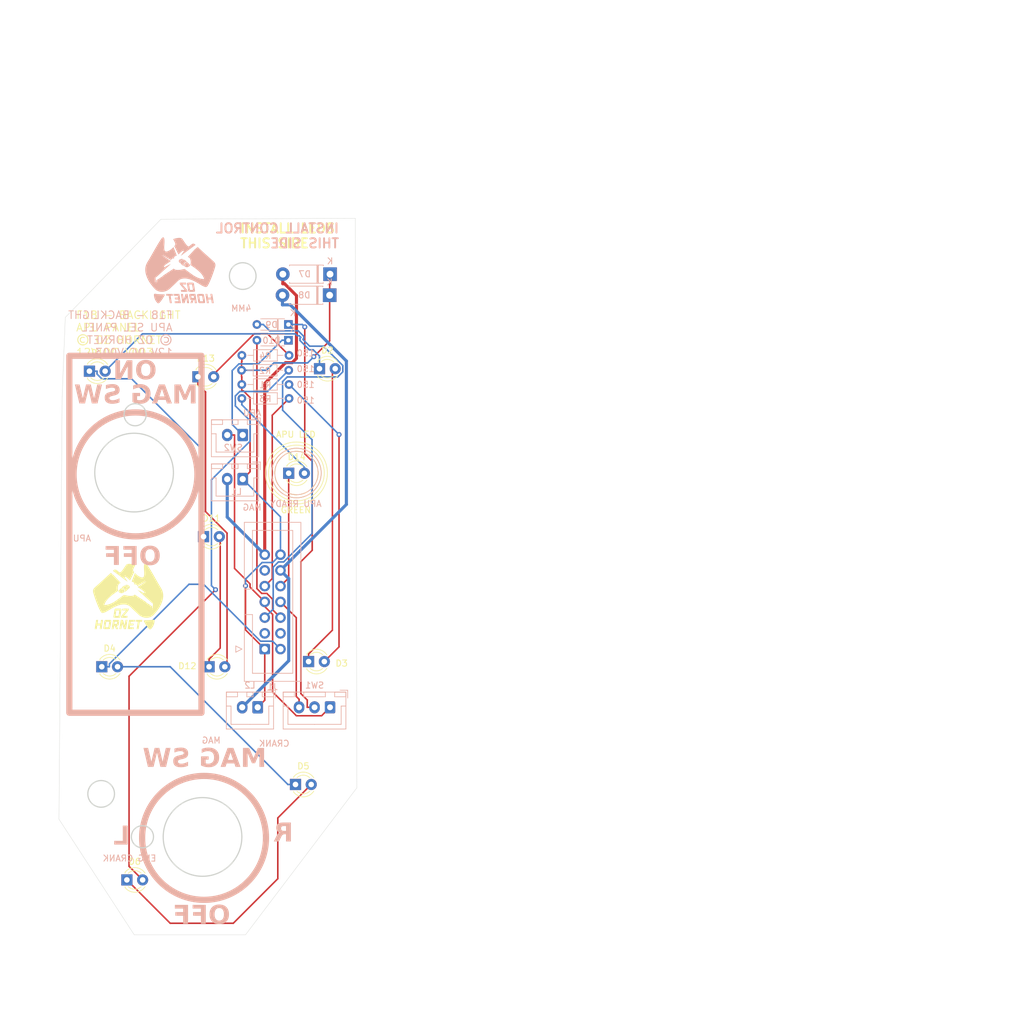
<source format=kicad_pcb>
(kicad_pcb (version 20240108) (generator "pcbnew") (generator_version "8.0")
  (layers (0 "F.Cu" signal) (31 "B.Cu" signal) (34 "B.Paste" user) (35 "F.Paste" user) (36 "B.SilkS" user "B.Silkscreen") (37 "F.SilkS" user "F.Silkscreen") (38 "B.Mask" user) (39 "F.Mask" user) (44 "Edge.Cuts" user))
  (net 0 "")
  (net 1 "Net-(D1-A)")
  (net 2 "Net-(D2-A)")
  (net 3 "Net-(D3-A)")
  (net 4 "Net-(D4-A)")
  (net 5 "Net-(D5-A)")
  (net 6 "/BACKLIGHT_GND")
  (net 7 "Net-(D6-A)")
  (net 8 "/APU_MAG_SW")
  (net 9 "/EXT+12V")
  (net 10 "/CRANK_MAG_SW")
  (net 11 "/Col1")
  (net 12 "/Col2")
  (net 13 "/Row1")
  (net 14 "/Row2")
  (net 15 "/APU_LED_RES")
  (net 16 "Net-(D14-A)")
  (net 17 "/GND")
  (net 18 "Net-(D9-K)")
  (net 19 "Net-(D10-K)")
  (net 20 "Net-(D11-A)")
  (net 21 "Net-(D12-A)")
  (net 22 "Net-(D13-A)")
  (footprint "LED_THT:LED_D3.0mm_FlatTop" (layer "F.Cu") (at 98.181 80.12)
    (property "Reference" "D1")
    (property "Value" "LED")
  )
  (footprint "LED_THT:LED_D3.0mm_FlatTop" (layer "F.Cu") (at 135.331 79.72)
    (property "Reference" "D2")
    (property "Value" "LED")
  )
  (footprint "LED_THT:LED_D3.0mm_FlatTop" (layer "F.Cu") (at 115.706 81.02)
    (property "Reference" "D13")
    (property "Value" "LED")
  )
  (footprint "LED_THT:LED_D3.0mm_FlatTop" (layer "F.Cu") (at 116.616 106.82)
    (property "Reference" "D11")
    (property "Value" "LED")
  )
  (footprint "LED_THT:LED_D3.0mm_FlatTop" (layer "F.Cu") (at 100.181 127.82)
    (property "Reference" "D4")
    (property "Value" "LED")
  )
  (footprint "LED_THT:LED_D3.0mm_FlatTop" (layer "F.Cu") (at 130.3566 96.5937)
    (property "Reference" "D14")
    (property "Value" "LED")
  )
  (footprint "LED_THT:LED_D3.0mm_FlatTop" (layer "F.Cu") (at 104.231 162.22)
    (property "Reference" "D6")
    (property "Value" "LED")
  )
  (footprint "LED_THT:LED_D3.0mm_FlatTop" (layer "F.Cu") (at 131.456 146.82)
    (property "Reference" "D5")
    (property "Value" "LED")
  )
  (footprint "LED_THT:LED_D3.0mm_FlatTop" (layer "F.Cu") (at 133.571 126.985)
    (property "Reference" "D3")
    (property "Value" "LED")
  )
  (footprint "LED_THT:LED_D3.0mm_FlatTop" (layer "F.Cu") (at 117.506 127.82)
    (property "Reference" "D12")
    (property "Value" "LED")
  )
  (footprint "Resistor_THT:R_Axial_DIN0204_L3.6mm_D1.6mm_P7.62mm_Horizontal" (layer "B.Cu") (at 130.406 82.27 180)
    (property "Reference" "R1")
    (property "Value" "R")
  )
  (footprint "Resistor_THT:R_Axial_DIN0204_L3.6mm_D1.6mm_P7.62mm_Horizontal" (layer "B.Cu") (at 130.366 79.97 180)
    (property "Reference" "R2")
    (property "Value" "R")
  )
  (footprint "Library:D_A-405_P7.62mm_Horizontal-SIGNAL" (layer "B.Cu") (at 131.0462 72.6233 180)
    (property "Reference" "D9")
    (property "Value" "D")
  )
  (footprint "Connector_JST:JST_XH_B2B-XH-A_1x02_P2.50mm_Vertical" (layer "B.Cu") (at 122.936 90.424 180)
    (property "Reference" "SW2")
    (property "Value" "APU")
  )
  (footprint "Resistor_THT:R_Axial_DIN0204_L3.6mm_D1.6mm_P7.62mm_Horizontal" (layer "B.Cu") (at 130.416 77.57 180)
    (property "Reference" "R4")
    (property "Value" "R")
  )
  (footprint "Connector_IDC:IDC-Header_2x07_P2.54mm_Vertical" (layer "B.Cu") (at 126.492 124.97)
    (property "Reference" "J1")
    (property "Value" "Conn_02x07_Top_Bottom")
  )
  (footprint "Diode_THT:D_DO-41_SOD81_P7.62mm_Horizontal" (layer "B.Cu") (at 136.973 67.8652 180)
    (property "Reference" "D8")
    (property "Value" "D")
  )
  (footprint "Diode_THT:D_DO-41_SOD81_P7.62mm_Horizontal" (layer "B.Cu") (at 137.033 64.4652 180)
    (property "Reference" "D7")
    (property "Value" "D")
  )
  (footprint "Library:D_A-405_P7.62mm_Horizontal-SIGNAL" (layer "B.Cu") (at 131.0462 75.1633 180)
    (property "Reference" "D10")
    (property "Value" "D")
  )
  (footprint "Connector_JST:JST_XH_B2B-XH-A_1x02_P2.50mm_Vertical" (layer "B.Cu") (at 122.936 97.536 180)
    (property "Reference" "L1")
    (property "Value" "APU Coil")
  )
  (footprint "Connector_JST:JST_XH_B2B-XH-A_1x02_P2.50mm_Vertical" (layer "B.Cu") (at 125.349 134.366 180)
    (property "Reference" "L2")
    (property "Value" "Crank Coil")
  )
  (footprint "Resistor_THT:R_Axial_DIN0204_L3.6mm_D1.6mm_P7.62mm_Horizontal" (layer "B.Cu") (at 130.416 84.52 180)
    (property "Reference" "R3")
    (property "Value" "R")
  )
  (footprint "Connector_JST:JST_XH_B3B-XH-A_1x03_P2.50mm_Vertical" (layer "B.Cu") (at 137.033 134.366 180)
    (property "Reference" "SW1")
    (property "Value" "ENG CRANK")
  )
  (gr_circle (center 131.610831 96.555585) (end 128.110831 96.555585) (stroke (width 0.12)) (fill none) (layer "B.SilkS"))
  (gr_poly (pts (xy 114.147831 65.827585) (xy 114.134203 65.828157) (xy 114.1207 65.829051) (xy 114.107368 65.830321) (xy 114.094251 65.832019) (xy 114.081397 65.834199) (xy 114.06885 65.836914) (xy 114.056657 65.840219) (xy 114.044863 65.844167) (xy 114.033514 65.84881) (xy 114.022656 65.854203) (xy 114.012334 65.860399) (xy 114.002594 65.867452) (xy 113.993482 65.875414) (xy 113.989176 65.879754) (xy 113.985043 65.884341) (xy 113.978845 65.892204) (xy 113.973245 65.90053) (xy 113.96824 65.909341) (xy 113.963827 65.918658) (xy 113.960004 65.928504) (xy 113.956766 65.9389) (xy 113.954111 65.94987) (xy 113.952037 65.961434) (xy 113.950538 65.973615) (xy 113.949614 65.986436) (xy 113.94926 65.999917) (xy 113.949473 66.014082) (xy 113.950251 66.028952) (xy 113.95159 66.04455) (xy 113.953487 66.060897) (xy 113.955939 66.078016) (xy 114.114689 67.077083) (xy 114.11783 67.095367) (xy 114.121351 67.112732) (xy 114.125249 67.129198) (xy 114.129525 67.144789) (xy 114.134176 67.159527) (xy 114.139203 67.173433) (xy 114.144604 67.18653) (xy 114.150379 67.198841) (xy 114.156526 67.210387) (xy 114.163044 67.221192) (xy 114.169933 67.231276) (xy 114.177192 67.240664) (xy 114.18482 67.249376) (xy 114.192815 67.257435) (xy 114.201177 67.264864) (xy 114.209906 67.271684) (xy 114.218999 67.277918) (xy 114.228457 67.283589) (xy 114.238278 67.288718) (xy 114.248461 67.293328) (xy 114.259006 67.297441) (xy 114.269911 67.30108) (xy 114.281176 67.304266) (xy 114.292799 67.307023) (xy 114.317118 67.311334) (xy 114.34286 67.314193) (xy 114.370019 67.315778) (xy 114.398587 67.316266) (xy 115.001837 67.316266) (xy 115.029493 67.315872) (xy 115.043232 67.315297) (xy 115.056849 67.314398) (xy 115.070297 67.313121) (xy 115.083529 67.311411) (xy 115.096499 67.309214) (xy 115.109158 67.306477) (xy 115.121461 67.303144) (xy 115.133361 67.299162) (xy 115.14481 67.294475) (xy 115.155762 67.289031) (xy 115.16617 67.282774) (xy 115.175987 67.275651) (xy 115.185166 67.267607) (xy 115.189501 67.263222) (xy 115.19366 67.258587) (xy 115.199818 67.250796) (xy 115.205394 67.242496) (xy 115.21039 67.233673) (xy 115.214806 67.224315) (xy 115.218644 67.214408) (xy 115.221905 67.203939) (xy 115.22459 67.192895) (xy 115.2267 67.181262) (xy 115.228237 67.169028) (xy 115.229201 67.15618) (xy 115.229593 67.142703) (xy 115.229416 67.128585) (xy 115.22867 67.113814) (xy 115.227356 67.098374) (xy 115.225475 67.082255) (xy 115.223029 67.065441) (xy 115.215083 67.015435) (xy 114.903677 67.015435) (xy 114.886214 67.015435) (xy 114.886214 67.015964) (xy 114.443567 67.015964) (xy 114.437225 67.015951) (xy 114.429941 67.015864) (xy 114.42624 67.01577) (xy 114.422656 67.015629) (xy 114.419309 67.015432) (xy 114.416314 67.015169) (xy 114.415905 67.013517) (xy 114.415467 67.011523) (xy 114.414998 67.00917) (xy 114.414496 67.006438) (xy 114.413956 67.00331) (xy 114.413375 66.999766) (xy 114.412751 66.995788) (xy 114.412081 66.991357) (xy 114.276879 66.142838) (xy 114.275854 66.134041) (xy 114.275428 66.130411) (xy 114.275027 66.127228) (xy 114.733285 66.127228) (xy 114.739899 66.127245) (xy 114.747705 66.127361) (xy 114.75162 66.127487) (xy 114.755311 66.127675) (xy 114.758606 66.127937) (xy 114.76005 66.1281) (xy 114.76133 66.128287) (xy 114.761775 66.129573) (xy 114.76231 66.131284) (xy 114.762926 66.133472) (xy 114.763612 66.136191) (xy 114.76398 66.137765) (xy 114.764361 66.139492) (xy 114.764756 66.141378) (xy 114.765163 66.14343) (xy 114.76558 66.145653) (xy 114.766008 66.148056) (xy 114.766444 66.150643) (xy 114.766887 66.153422) (xy 114.902089 67.000354) (xy 114.902635 67.00498) (xy 114.903081 67.008986) (xy 114.903429 67.012446) (xy 114.903677 67.015435) (xy 115.215083 67.015435) (xy 115.064279 66.066374) (xy 115.061135 66.048089) (xy 115.057608 66.030725) (xy 115.053698 66.014258) (xy 115.049407 65.998668) (xy 115.044735 65.98393) (xy 115.039684 65.970024) (xy 115.034255 65.956927) (xy 115.028448 65.944616) (xy 115.022266 65.93307) (xy 115.015707 65.922266) (xy 115.008775 65.912181) (xy 115.001469 65.902794) (xy 114.993791 65.894082) (xy 114.985741 65.886022) (xy 114.977322 65.878594) (xy 114.968533 65.871773) (xy 114.959376 65.865539) (xy 114.949852 65.859868) (xy 114.939961 65.854739) (xy 114.929706 65.850129) (xy 114.919086 65.846016) (xy 114.908103 65.842377) (xy 114.896758 65.839191) (xy 114.885053 65.836435) (xy 114.860562 65.832123) (xy 114.834639 65.829264) (xy 114.807291 65.82768) (xy 114.778529 65.827191) (xy 114.175279 65.827191)) (stroke (width -0.000001)) (fill solid) (layer "B.SilkS"))
  (gr_poly (pts (xy 114.493377 67.656121) (xy 114.47975 67.656693) (xy 114.466246 67.657588) (xy 114.452914 67.658857) (xy 114.439797 67.660555) (xy 114.426943 67.662735) (xy 114.414396 67.665451) (xy 114.402203 67.668756) (xy 114.390409 67.672703) (xy 114.37906 67.677347) (xy 114.368202 67.68274) (xy 114.35788 67.688936) (xy 114.34814 67.695989) (xy 114.339028 67.703951) (xy 114.334721 67.708291) (xy 114.330589 67.712877) (xy 114.331119 67.713141) (xy 114.32492 67.721005) (xy 114.31932 67.729331) (xy 114.314315 67.738142) (xy 114.309903 67.747459) (xy 114.306079 67.757304) (xy 114.302842 67.767701) (xy 114.300187 67.77867) (xy 114.298112 67.790234) (xy 114.296614 67.802416) (xy 114.295689 67.815236) (xy 114.295335 67.828718) (xy 114.295549 67.842882) (xy 114.296326 67.857753) (xy 114.297665 67.87335) (xy 114.299562 67.889698) (xy 114.302014 67.906817) (xy 114.37451 68.363223) (xy 114.377654 68.381508) (xy 114.381181 68.398872) (xy 114.385091 68.415339) (xy 114.389382 68.430929) (xy 114.394054 68.445667) (xy 114.399105 68.459573) (xy 114.404534 68.47267) (xy 114.410341 68.484981) (xy 114.416524 68.496527) (xy 114.423082 68.507332) (xy 114.430015 68.517416) (xy 114.437321 68.526803) (xy 114.444999 68.535516) (xy 114.453048 68.543575) (xy 114.461468 68.551003) (xy 114.470257 68.557824) (xy 114.479414 68.564058) (xy 114.488938 68.569729) (xy 114.498828 68.574858) (xy 114.509084 68.579468) (xy 114.519703 68.583581) (xy 114.530686 68.58722) (xy 114.542031 68.590406) (xy 114.553737 68.593162) (xy 114.578228 68.597474) (xy 114.604151 68.600333) (xy 114.631498 68.601918) (xy 114.66026 68.602406) (xy 114.698625 68.602406) (xy 114.479285 69.145067) (xy 114.804987 69.145067) (xy 115.024327 68.602406) (xy 115.133335 68.602406) (xy 115.217472 69.145067) (xy 115.528623 69.145067) (xy 115.395534 68.302368) (xy 115.084387 68.302368) (xy 114.703387 68.302368) (xy 114.697045 68.302356) (xy 114.689761 68.302269) (xy 114.68606 68.302174) (xy 114.682477 68.302033) (xy 114.679129 68.301836) (xy 114.676135 68.301575) (xy 114.675726 68.299922) (xy 114.675288 68.297928) (xy 114.674819 68.295575) (xy 114.674316 68.292843) (xy 114.673776 68.289715) (xy 114.673196 68.286171) (xy 114.672572 68.282193) (xy 114.671902 68.277762) (xy 114.622953 67.971904) (xy 114.621928 67.963106) (xy 114.621502 67.959477) (xy 114.621101 67.956293) (xy 115.029618 67.956293) (xy 115.084387 68.302368) (xy 115.395534 68.302368) (xy 115.293408 67.655727) (xy 114.520825 67.655727)) (stroke (width -0.000001)) (fill solid) (layer "B.SilkS"))
  (gr_rect (start 94.939249 77.636494) (end 116.275249 135.243694) (stroke (width 1)) (fill none) (layer "B.SilkS"))
  (gr_poly (pts (xy 108.756236 67.624026) (xy 108.741706 67.625318) (xy 108.727888 67.627315) (xy 108.71478 67.630026) (xy 108.702381 67.63346) (xy 108.690686 67.637626) (xy 108.679694 67.642532) (xy 108.669402 67.648188) (xy 108.659808 67.654602) (xy 108.650909 67.661784) (xy 108.642703 67.669742) (xy 108.635188 67.678485) (xy 108.62836 67.688022) (xy 108.622218 67.698363) (xy 108.616759 67.709515) (xy 108.61198 67.721488) (xy 108.607879 67.734291) (xy 108.604454 67.747933) (xy 108.601702 67.762423) (xy 108.599621 67.777768) (xy 108.598207 67.79398) (xy 108.597459 67.811066) (xy 108.597375 67.829035) (xy 108.597951 67.847896) (xy 108.599186 67.867658) (xy 108.60734 67.952311) (xy 108.618619 68.035792) (xy 108.633039 68.118069) (xy 108.650618 68.199111) (xy 108.671374 68.278886) (xy 108.695324 68.357363) (xy 108.722485 68.434511) (xy 108.752876 68.510298) (xy 108.786512 68.584693) (xy 108.823412 68.657664) (xy 108.863594 68.72918) (xy 108.907074 68.79921) (xy 108.95387 68.867722) (xy 109.004 68.934686) (xy 109.05748 69.000068) (xy 109.114329 69.063839) (xy 109.127722 69.077855) (xy 109.14097 69.090935) (xy 109.154082 69.10308) (xy 109.167067 69.114294) (xy 109.179937 69.124578) (xy 109.192699 69.133936) (xy 109.205365 69.14237) (xy 109.217942 69.149882) (xy 109.230442 69.156475) (xy 109.242874 69.162152) (xy 109.255247 69.166915) (xy 109.267571 69.170767) (xy 109.279855 69.17371) (xy 109.29211 69.175747) (xy 109.304345 69.176881) (xy 109.31657 69.177113) (xy 109.328793 69.176448) (xy 109.341026 69.174886) (xy 109.353277 69.172431) (xy 109.365556 69.169085) (xy 109.377873 69.164852) (xy 109.390238 69.159732) (xy 109.402659 69.15373) (xy 109.415148 69.146848) (xy 109.427712 69.139087) (xy 109.440363 69.130451) (xy 109.453109 69.120943) (xy 109.465961 69.110564) (xy 109.478927 69.099318) (xy 109.492018 69.087207) (xy 109.518612 69.060399) (xy 109.585302 68.987219) (xy 109.650616 68.910885) (xy 109.714383 68.832046) (xy 109.776428 68.75135) (xy 109.836581 68.669444) (xy 109.894669 68.586977) (xy 110.003958 68.422952) (xy 110.102915 68.264458) (xy 110.190162 68.11668) (xy 110.264318 67.984802) (xy 110.324004 67.874007) (xy 110.327175 67.867446) (xy 110.329847 67.860822) (xy 110.332033 67.854154) (xy 110.333743 67.847457) (xy 110.334986 67.840752) (xy 110.335775 67.834054) (xy 110.336119 67.827383) (xy 110.33603 67.820756) (xy 110.335518 67.81419) (xy 110.334594 67.807704) (xy 110.333269 67.801314) (xy 110.331553 67.79504) (xy 110.329456 67.788899) (xy 110.326991 67.782908) (xy 110.324167 67.777085) (xy 110.320995 67.771448) (xy 110.317485 67.766016) (xy 110.31365 67.760804) (xy 110.309498 67.755833) (xy 110.305042 67.751118) (xy 110.300291 67.746679) (xy 110.295256 67.742532) (xy 110.289949 67.738696) (xy 110.284379 67.735188) (xy 110.278557 67.732026) (xy 110.272495 67.729228) (xy 110.266203 67.726812) (xy 110.259691 67.724795) (xy 110.252971 67.723196) (xy 110.246053 67.722031) (xy 110.238947 67.72132) (xy 110.231665 67.721078) (xy 109.941082 67.71866) (xy 109.765614 67.714497) (xy 109.580426 67.707486) (xy 109.393316 67.696964) (xy 109.212081 67.682272) (xy 109.044519 67.662749) (xy 108.968303 67.650969) (xy 108.89843 67.637735) (xy 108.898429 67.638) (xy 108.858521 67.630579) (xy 108.821533 67.62573) (xy 108.804127 67.624291) (xy 108.787444 67.623521) (xy 108.771482 67.62343)) (stroke (width -0.000001)) (fill solid) (layer "B.SilkS"))
  (gr_circle (center 116.691599 155.436568) (end 106.691599 155.436568) (stroke (width 1)) (fill none) (layer "B.SilkS"))
  (gr_circle (center 131.610831 96.555585) (end 127.610831 96.555585) (stroke (width 0.12)) (fill none) (layer "B.SilkS"))
  (gr_poly (pts (xy 113.068432 61.999948) (xy 113.04541 62.001505) (xy 113.02257 62.004013) (xy 112.999905 62.007435) (xy 112.977411 62.011734) (xy 112.955081 62.016873) (xy 112.93291 62.022816) (xy 112.910892 62.029525) (xy 112.88902 62.036964) (xy 112.867289 62.045097) (xy 112.845694 62.053885) (xy 112.824228 62.063293) (xy 112.802885 62.073283) (xy 112.790283 62.079615) (xy 112.777982 62.086313) (xy 112.765992 62.09338) (xy 112.754322 62.100824) (xy 112.742982 62.10865) (xy 112.731983 62.116862) (xy 112.721333 62.125466) (xy 112.711042 62.134468) (xy 112.70112 62.143873) (xy 112.691577 62.153686) (xy 112.682422 62.163914) (xy 112.673666 62.17456) (xy 112.665317 62.185632) (xy 112.657385 62.197134) (xy 112.64988 62.209071) (xy 112.642813 62.22145) (xy 112.637049 62.232505) (xy 112.631763 62.243541) (xy 112.626953 62.254552) (xy 112.622616 62.265535) (xy 112.618752 62.276483) (xy 112.615358 62.287391) (xy 112.612433 62.298255) (xy 112.609975 62.309068) (xy 112.607983 62.319827) (xy 112.606455 62.330525) (xy 112.605388 62.341158) (xy 112.604782 62.351721) (xy 112.604635 62.362208) (xy 112.604945 62.372614) (xy 112.60571 62.382935) (xy 112.606928 62.393164) (xy 112.608599 62.403298) (xy 112.61072 62.41333) (xy 112.613289 62.423256) (xy 112.616305 62.43307) (xy 112.619766 62.442768) (xy 112.623671 62.452343) (xy 112.628017 62.461792) (xy 112.632804 62.471109) (xy 112.638029 62.480289) (xy 112.64369 62.489326) (xy 112.649787 62.498216) (xy 112.656316 62.506953) (xy 112.663278 62.515532) (xy 112.670669 62.523949) (xy 112.678488 62.532197) (xy 112.686734 62.540273) (xy 112.686734 62.540008) (xy 112.699219 62.55203) (xy 112.711509 62.56425) (xy 112.735714 62.589088) (xy 112.759771 62.614124) (xy 112.771875 62.626593) (xy 112.7841 62.638962) (xy 112.811075 62.665565) (xy 112.838571 62.692441) (xy 112.896019 62.7485) (xy 112.884545 62.716966) (xy 112.875121 62.685762) (xy 112.867737 62.654882) (xy 112.862384 62.624323) (xy 112.859052 62.594078) (xy 112.857733 62.564143) (xy 112.858416 62.534513) (xy 112.861094 62.505182) (xy 112.865755 62.476146) (xy 112.872392 62.447399) (xy 112.880995 62.418937) (xy 112.891554 62.390754) (xy 112.90406 62.362845) (xy 112.918504 62.335206) (xy 112.934877 62.307832) (xy 112.953169 62.280716) (xy 112.973359 62.254282) (xy 112.994614 62.230088) (xy 113.016894 62.20805) (xy 113.040159 62.188083) (xy 113.064369 62.170102) (xy 113.089486 62.154022) (xy 113.115469 62.139758) (xy 113.142279 62.127225) (xy 113.169877 62.116338) (xy 113.198223 62.107014) (xy 113.227278 62.099165) (xy 113.257001 62.092709) (xy 113.287354 62.08756) (xy 113.318297 62.083632) (xy 113.34979 62.080842) (xy 113.381794 62.079104) (xy 113.355266 62.066423) (xy 113.328621 62.054303) (xy 113.301789 62.042934) (xy 113.274704 62.032504) (xy 113.261044 62.0277) (xy 113.247295 62.023203) (xy 113.233449 62.019035) (xy 113.219497 62.015219) (xy 113.205429 62.011781) (xy 113.191239 62.008743) (xy 113.176917 62.006129) (xy 113.162454 62.003962) (xy 113.138647 62.001348) (xy 113.115045 61.999833) (xy 113.091642 61.999378)) (stroke (width -0.000001)) (fill solid) (layer "B.SilkS"))
  (gr_poly (pts (xy 117.805098 68.249451) (xy 117.318794 68.249451) (xy 117.224867 67.655991) (xy 116.913981 67.655991) (xy 117.149196 69.145331) (xy 117.460081 69.145331) (xy 117.366154 68.549753) (xy 117.852458 68.549753) (xy 117.946385 69.145331) (xy 118.257271 69.145331) (xy 118.022056 67.655991) (xy 117.711171 67.655991)) (stroke (width -0.000001)) (fill solid) (layer "B.SilkS"))
  (gr_poly (pts (xy 115.780046 67.656386) (xy 115.766418 67.656958) (xy 115.752915 67.657852) (xy 115.739582 67.659122) (xy 115.726466 67.66082) (xy 115.713612 67.663) (xy 115.701065 67.665716) (xy 115.688872 67.66902) (xy 115.677078 67.672968) (xy 115.665729 67.677611) (xy 115.65487 67.683004) (xy 115.644548 67.689201) (xy 115.634809 67.696253) (xy 115.625697 67.704216) (xy 115.62139 67.708555) (xy 115.617258 67.713142) (xy 115.617258 67.713141) (xy 115.61106 67.721005) (xy 115.60546 67.729331) (xy 115.600455 67.738142) (xy 115.596042 67.747459) (xy 115.592219 67.757304) (xy 115.588981 67.767701) (xy 115.586327 67.77867) (xy 115.584252 67.790234) (xy 115.582754 67.802416) (xy 115.581829 67.815236) (xy 115.581475 67.828718) (xy 115.581689 67.842882) (xy 115.582466 67.857753) (xy 115.583805 67.87335) (xy 115.585702 67.889698) (xy 115.588154 67.906817) (xy 115.746904 68.905884) (xy 115.750046 68.924168) (xy 115.753566 68.941533) (xy 115.757465 68.957999) (xy 115.76174 68.97359) (xy 115.766392 68.988327) (xy 115.771418 69.002233) (xy 115.77682 69.015331) (xy 115.782594 69.027641) (xy 115.788741 69.039188) (xy 115.79526 69.049992) (xy 115.802149 69.060077) (xy 115.809407 69.069464) (xy 115.817035 69.078176) (xy 115.82503 69.086235) (xy 115.833393 69.093664) (xy 115.842121 69.100484) (xy 115.851215 69.106719) (xy 115.860672 69.112389) (xy 115.870493 69.117518) (xy 115.880676 69.122128) (xy 115.891221 69.126242) (xy 115.902126 69.12988) (xy 115.913391 69.133066) (xy 115.925014 69.135823) (xy 115.949333 69.140134) (xy 115.975076 69.142993) (xy 116.002234 69.144578) (xy 116.030802 69.145067) (xy 116.634052 69.145067) (xy 116.661709 69.144672) (xy 116.675448 69.144097) (xy 116.689065 69.143198) (xy 116.702513 69.141921) (xy 116.715745 69.140211) (xy 116.728714 69.138015) (xy 116.741374 69.135277) (xy 116.753677 69.131944) (xy 116.765576 69.127962) (xy 116.777026 69.123275) (xy 116.787978 69.117831) (xy 116.798385 69.111574) (xy 116.808202 69.104451) (xy 116.817381 69.096407) (xy 116.821716 69.092023) (xy 116.825875 69.087388) (xy 116.832033 69.079597) (xy 116.837609 69.071297) (xy 116.842605 69.062474) (xy 116.847021 69.053116) (xy 116.850859 69.043209) (xy 116.85412 69.03274) (xy 116.856805 69.021696) (xy 116.858915 69.010064) (xy 116.860451 68.99783) (xy 116.861415 68.984981) (xy 116.861808 68.971504) (xy 116.861631 68.957387) (xy 116.860885 68.942615) (xy 116.859571 68.927176) (xy 116.85769 68.911056) (xy 116.855244 68.894243) (xy 116.84734 68.844501) (xy 116.536156 68.844501) (xy 116.076046 68.844501) (xy 116.069704 68.844488) (xy 116.06242 68.844401) (xy 116.058718 68.844307) (xy 116.055135 68.844166) (xy 116.051788 68.843969) (xy 116.048793 68.843707) (xy 116.048384 68.842054) (xy 116.047946 68.840061) (xy 116.047477 68.837707) (xy 116.046975 68.834976) (xy 116.046435 68.831847) (xy 116.045854 68.828303) (xy 116.04523 68.824325) (xy 116.04456 68.819894) (xy 115.909358 67.971376) (xy 115.908333 67.962578) (xy 115.907907 67.958949) (xy 115.907506 67.955765) (xy 115.923116 67.955765) (xy 115.923117 67.956293) (xy 116.365765 67.956293) (xy 116.372379 67.95631) (xy 116.380184 67.956426) (xy 116.384099 67.956552) (xy 116.387791 67.95674) (xy 116.391086 67.957003) (xy 116.39253 67.957166) (xy 116.393811 67.957352) (xy 116.394255 67.958638) (xy 116.39479 67.960349) (xy 116.395406 67.962538) (xy 116.396092 67.965256) (xy 116.39646 67.966831) (xy 116.396841 67.968558) (xy 116.397236 67.970444) (xy 116.397643 67.972496) (xy 116.39806 67.974719) (xy 116.398488 67.977121) (xy 116.398923 67.979709) (xy 116.399367 67.982488) (xy 116.534569 68.82942) (xy 116.535114 68.834045) (xy 116.535561 68.838051) (xy 116.535908 68.841511) (xy 116.536156 68.844501) (xy 116.84734 68.844501) (xy 116.696494 67.895176) (xy 116.69335 67.876891) (xy 116.689823 67.859526) (xy 116.685913 67.84306) (xy 116.681622 67.827469) (xy 116.67695 67.812732) (xy 116.671899 67.798826) (xy 116.66647 67.785728) (xy 116.660663 67.773418) (xy 116.65448 67.761871) (xy 116.647922 67.751067) (xy 116.64099 67.740982) (xy 116.633684 67.731595) (xy 116.626006 67.722883) (xy 116.617956 67.714823) (xy 116.609537 67.707395) (xy 116.600748 67.700574) (xy 116.591591 67.69434) (xy 116.582066 67.688669) (xy 116.572176 67.68354) (xy 116.561921 67.67893) (xy 116.551301 67.674817) (xy 116.540318 67.671178) (xy 116.528973 67.667992) (xy 116.517267 67.665236) (xy 116.492777 67.660924) (xy 116.466854 67.658065) (xy 116.439507 67.656481) (xy 116.410744 67.655992) (xy 115.807494 67.655992)) (stroke (width -0.000001)) (fill solid) (layer "B.SilkS"))
  (gr_poly (pts (xy 110.620073 67.956293) (xy 110.986521 67.956293) (xy 111.17464 69.14533) (xy 111.485524 69.14533) (xy 111.297406 67.956293) (xy 111.663589 67.956293) (xy 111.616494 67.65599) (xy 110.572977 67.65599)) (stroke (width -0.000001)) (fill solid) (layer "B.SilkS"))
  (gr_poly (pts (xy 113.405077 62.117732) (xy 113.395552 62.118043) (xy 113.386027 62.118229) (xy 113.366977 62.118526) (xy 113.351828 62.119119) (xy 113.336749 62.120017) (xy 113.321746 62.12124) (xy 113.306825 62.122809) (xy 113.291995 62.124744) (xy 113.277261 62.127065) (xy 113.262631 62.129793) (xy 113.248113 62.132946) (xy 113.233712 62.136546) (xy 113.219435 62.140613) (xy 113.205291 62.145166) (xy 113.191285 62.150227) (xy 113.177425 62.155814) (xy 113.163718 62.161949) (xy 113.15017 62.168651) (xy 113.136789 62.175941) (xy 113.11963 62.186293) (xy 113.103165 62.197292) (xy 113.087371 62.208913) (xy 113.072231 62.221135) (xy 113.057723 62.233933) (xy 113.043828 62.247285) (xy 113.030524 62.261167) (xy 113.017793 62.275556) (xy 113.005613 62.290429) (xy 112.993966 62.305762) (xy 112.98283 62.321533) (xy 112.972185 62.337717) (xy 112.962012 62.354292) (xy 112.95229 62.371234) (xy 112.942999 62.388521) (xy 112.934118 62.406128) (xy 112.926226 62.42326) (xy 112.919254 62.440415) (xy 112.913185 62.457578) (xy 112.907999 62.474733) (xy 112.903677 62.491865) (xy 112.900202 62.508957) (xy 112.897555 62.525995) (xy 112.895717 62.542963) (xy 112.894668 62.559846) (xy 112.894392 62.576627) (xy 112.894868 62.593291) (xy 112.896079 62.609823) (xy 112.898005 62.626207) (xy 112.900629 62.642428) (xy 112.90393 62.658469) (xy 112.907892 62.674316) (xy 112.912494 62.689954) (xy 112.917719 62.705365) (xy 112.923547 62.720536) (xy 112.929961 62.735449) (xy 112.936941 62.750091) (xy 112.944469 62.764444) (xy 112.952526 62.778494) (xy 112.961093 62.792226) (xy 112.979685 62.818669) (xy 113.000095 62.84365) (xy 113.022174 62.867045) (xy 113.045773 62.888728) (xy 113.046038 62.888993) (xy 113.070097 62.909185) (xy 113.094537 62.928901) (xy 113.144463 62.967012) (xy 113.195628 63.003535) (xy 113.247849 63.038681) (xy 113.300937 63.072661) (xy 113.354707 63.105687) (xy 113.408974 63.137968) (xy 113.46355 63.169716) (xy 113.471686 63.174234) (xy 113.479822 63.178678) (xy 113.496094 63.187443) (xy 113.495766 63.185842) (xy 113.49538 63.184311) (xy 113.494939 63.182845) (xy 113.494448 63.18144) (xy 113.493911 63.180091) (xy 113.493331 63.178792) (xy 113.492713 63.17754) (xy 113.492059 63.17633) (xy 113.491374 63.175158) (xy 113.490663 63.174017) (xy 113.489928 63.172905) (xy 113.489173 63.171816) (xy 113.487622 63.169689) (xy 113.486039 63.167599) (xy 113.477711 63.156913) (xy 113.469706 63.146084) (xy 113.462043 63.135104) (xy 113.45474 63.123968) (xy 113.447817 63.112666) (xy 113.441293 63.101194) (xy 113.435187 63.089543) (xy 113.429518 63.077707) (xy 113.424304 63.065679) (xy 113.419566 63.053451) (xy 113.415321 63.041017) (xy 113.411588 63.02837) (xy 113.408388 63.015503) (xy 113.405738 63.002409) (xy 113.403658 62.989081) (xy 113.402167 62.975512) (xy 113.400583 62.949046) (xy 113.400483 62.923128) (xy 113.401852 62.897763) (xy 113.404672 62.872953) (xy 113.408928 62.8487) (xy 113.414603 62.825009) (xy 113.421681 62.801883) (xy 113.430146 62.779323) (xy 113.439982 62.757334) (xy 113.451171 62.735919) (xy 113.463699 62.715081) (xy 113.477548 62.694822) (xy 113.492702 62.675146) (xy 113.509146 62.656056) (xy 113.526862 62.637556) (xy 113.545835 62.619647) (xy 113.567115 62.601383) (xy 113.588886 62.584399) (xy 113.61115 62.568703) (xy 113.633908 62.554303) (xy 113.657163 62.54121) (xy 113.680915 62.52943) (xy 113.705167 62.518972) (xy 113.729919 62.509845) (xy 113.755174 62.502058) (xy 113.780932 62.495619) (xy 113.807196 62.490536) (xy 113.833967 62.486818) (xy 113.861246 62.484474) (xy 113.889035 62.483512) (xy 113.917336 62.48394) (xy 113.94615 62.485768) (xy 113.944855 62.484079) (xy 113.943727 62.482572) (xy 113.94185 62.480046) (xy 113.941039 62.478996) (xy 113.940652 62.478517) (xy 113.940271 62.478066) (xy 113.939894 62.477642) (xy 113.939516 62.477242) (xy 113.939133 62.476864) (xy 113.938742 62.476507) (xy 113.888931 62.431678) (xy 113.838456 62.387748) (xy 113.787225 62.344823) (xy 113.735145 62.303007) (xy 113.682121 62.262407) (xy 113.628063 62.223127) (xy 113.572875 62.185274) (xy 113.516467 62.148953) (xy 113.509861 62.144963) (xy 113.503237 62.141231) (xy 113.496589 62.137759) (xy 113.489909 62.13455) (xy 113.483192 62.131608) (xy 113.476432 62.128936) (xy 113.469622 62.126537) (xy 113.462756 62.124413) (xy 113.455828 62.122569) (xy 113.448832 62.121007) (xy 113.441762 62.11973) (xy 113.434611 62.118741) (xy 113.427373 62.118044) (xy 113.420042 62.117642) (xy 113.412612 62.117537)) (stroke (width -0.000001)) (fill solid) (layer "B.SilkS"))
  (gr_poly (pts (xy 111.794823 67.956293) (xy 112.441465 67.956293) (xy 112.488296 68.249451) (xy 111.969448 68.249451) (xy 112.016544 68.549753) (xy 112.535656 68.549753) (xy 112.582488 68.845028) (xy 111.93611 68.845028) (xy 111.983206 69.14533) (xy 112.940204 69.14533) (xy 112.704989 67.65599) (xy 111.747727 67.65599)) (stroke (width -0.000001)) (fill solid) (layer "B.SilkS"))
  (gr_circle (center 105.622369 96.780494) (end 95.622369 96.780494) (stroke (width 1)) (fill none) (layer "B.SilkS"))
  (gr_poly (pts (xy 113.917885 62.548479) (xy 113.89881 62.551389) (xy 113.860656 62.557106) (xy 113.841683 62.560267) (xy 113.82285 62.563865) (xy 113.804208 62.568077) (xy 113.794976 62.570469) (xy 113.785812 62.57308) (xy 113.785813 62.57308) (xy 113.762345 62.580949) (xy 113.7395 62.590228) (xy 113.717327 62.600857) (xy 113.695875 62.612777) (xy 113.675193 62.625929) (xy 113.655331 62.640252) (xy 113.636337 62.655687) (xy 113.618261 62.672175) (xy 113.601152 62.689656) (xy 113.58506 62.70807) (xy 113.570033 62.727358) (xy 113.55612 62.74746) (xy 113.543371 62.768317) (xy 113.531834 62.789869) (xy 113.52156 62.812056) (xy 113.512597 62.834819) (xy 113.504995 62.858099) (xy 113.498802 62.881835) (xy 113.494067 62.905968) (xy 113.490841 62.930438) (xy 113.489172 62.955187) (xy 113.489109 62.980153) (xy 113.490701 63.005279) (xy 113.493998 63.030503) (xy 113.499049 63.055768) (xy 113.505902 63.081012) (xy 113.514608 63.106176) (xy 113.525215 63.131201) (xy 113.537773 63.156027) (xy 113.55233 63.180595) (xy 113.568936 63.204845) (xy 113.58764 63.228718) (xy 113.588855 63.230152) (xy 113.590117 63.231577) (xy 113.591424 63.232987) (xy 113.592774 63.234377) (xy 113.594164 63.235745) (xy 113.595593 63.237085) (xy 113.597056 63.238393) (xy 113.598554 63.239665) (xy 113.600082 63.240896) (xy 113.601639 63.242084) (xy 113.603222 63.243222) (xy 113.604829 63.244307) (xy 113.606458 63.245335) (xy 113.608107 63.246302) (xy 113.609772 63.247202) (xy 113.611452 63.248032) (xy 113.643967 63.263312) (xy 113.676507 63.278393) (xy 113.709195 63.292978) (xy 113.725634 63.299992) (xy 113.742156 63.30677) (xy 113.754146 63.311421) (xy 113.766203 63.315749) (xy 113.778326 63.319755) (xy 113.790513 63.323439) (xy 113.802764 63.3268) (xy 113.815077 63.329838) (xy 113.827452 63.332554) (xy 113.839887 63.334948) (xy 113.85238 63.337019) (xy 113.864932 63.338768) (xy 113.87754 63.340194) (xy 113.890203 63.341298) (xy 113.902921 63.342079) (xy 113.915691 63.342538) (xy 113.928514 63.342675) (xy 113.941388 63.342489) (xy 113.969153 63.341024) (xy 113.996306 63.338148) (xy 114.022865 63.33391) (xy 114.04885 63.328354) (xy 114.074279 63.321529) (xy 114.099173 63.313481) (xy 114.123551 63.304257) (xy 114.147432 63.293905) (xy 114.170835 63.28247) (xy 114.193781 63.27) (xy 114.216287 63.256541) (xy 114.238374 63.242141) (xy 114.260061 63.226847) (xy 114.281368 63.210705) (xy 114.302313 63.193763) (xy 114.322917 63.176066) (xy 114.332184 63.167625) (xy 114.341121 63.158963) (xy 114.349706 63.150072) (xy 114.35792 63.140942) (xy 114.365742 63.131565) (xy 114.373151 63.12193) (xy 114.380126 63.112028) (xy 114.386648 63.10185) (xy 114.392695 63.091387) (xy 114.398248 63.08063) (xy 114.403285 63.069569) (xy 114.407786 63.058194) (xy 114.41173 63.046497) (xy 114.415098 63.034468) (xy 114.417867 63.022098) (xy 114.420019 63.009378) (xy 114.420365 63.006292) (xy 114.420603 63.003283) (xy 114.420724 63.000344) (xy 114.420721 62.997472) (xy 114.420585 62.994662) (xy 114.420307 62.99191) (xy 114.419878 62.98921) (xy 114.419291 62.986558) (xy 114.418536 62.98395) (xy 114.417605 62.98138) (xy 114.41649 62.978845) (xy 114.415182 62.976339) (xy 114.413672 62.973857) (xy 114.411952 62.971396) (xy 114.410013 62.968951) (xy 114.407848 62.966516) (xy 114.242285 62.788716) (xy 114.160049 62.699369) (xy 114.078706 62.609328) (xy 114.071308 62.601356) (xy 114.06379 62.593918) (xy 114.056134 62.58703) (xy 114.048324 62.580704) (xy 114.040346 62.574954) (xy 114.032183 62.569796) (xy 114.023819 62.565242) (xy 114.015239 62.561306) (xy 114.006426 62.558003) (xy 113.997365 62.555347) (xy 113.988039 62.553351) (xy 113.978433 62.552029) (xy 113.968531 62.551396) (xy 113.958317 62.551465) (xy 113.947775 62.55225) (xy 113.936889 62.553766) (xy 113.936889 62.545299)) (stroke (width -0.000001)) (fill solid) (layer "B.SilkS"))
  (gr_poly (pts (xy 113.41566 68.53282) (xy 113.276225 67.65599) (xy 112.965339 67.65599) (xy 113.200554 69.14533) (xy 113.541602 69.14533) (xy 113.830527 68.280408) (xy 113.966258 69.14533) (xy 114.277144 69.14533) (xy 114.041929 67.65599) (xy 113.706702 67.65599)) (stroke (width -0.000001)) (fill solid) (layer "B.SilkS"))
  (gr_poly (pts (xy 110.046934 58.529704) (xy 110.0024 58.548703) (xy 109.953344 58.579579) (xy 109.899569 58.623026) (xy 109.840876 58.679738) (xy 109.532503 59.144227) (xy 109.238217 59.61802) (xy 108.954144 60.098567) (xy 108.676411 60.583315) (xy 108.124478 61.555209) (xy 107.842532 62.03725) (xy 107.551436 62.513285) (xy 107.551964 62.512229) (xy 107.482954 62.633226) (xy 107.421698 62.754733) (xy 107.368082 62.87677) (xy 107.321992 62.999355) (xy 107.283311 63.12251) (xy 107.251927 63.246253) (xy 107.227723 63.370605) (xy 107.210586 63.495585) (xy 107.2004 63.621214) (xy 107.197051 63.74751) (xy 107.200423 63.874493) (xy 107.210404 64.002184) (xy 107.226877 64.130602) (xy 107.249728 64.259767) (xy 107.278842 64.389698) (xy 107.314104 64.520416) (xy 107.368107 64.693258) (xy 107.427446 64.860799) (xy 107.49201 65.023413) (xy 107.561684 65.181473) (xy 107.636354 65.335351) (xy 107.715907 65.485422) (xy 107.80023 65.632057) (xy 107.889209 65.775632) (xy 107.98273 65.916518) (xy 108.08068 66.055089) (xy 108.182945 66.191719) (xy 108.289412 66.32678) (xy 108.399967 66.460645) (xy 108.514496 66.593689) (xy 108.632887 66.726284) (xy 108.755024 66.858803) (xy 108.840473 66.941854) (xy 108.933429 67.016719) (xy 109.033183 67.083314) (xy 109.139025 67.141552) (xy 109.250248 67.191347) (xy 109.36614 67.232613) (xy 109.485994 67.265264) (xy 109.609099 67.289214) (xy 109.734747 67.304377) (xy 109.862228 67.310667) (xy 109.990833 67.307998) (xy 110.119852 67.296283) (xy 110.248578 67.275438) (xy 110.376299 67.245375) (xy 110.502307 67.206009) (xy 110.625893 67.157253) (xy 110.662273 67.140942) (xy 110.698548 67.123866) (xy 110.734667 67.106031) (xy 110.770574 67.087449) (xy 110.806217 67.068127) (xy 110.84154 67.048074) (xy 110.87649 67.0273) (xy 110.911014 67.005812) (xy 110.945057 66.983621) (xy 110.978566 66.960736) (xy 111.011486 66.937164) (xy 111.043764 66.912915) (xy 111.075346 66.887998) (xy 111.106179 66.862421) (xy 111.136207 66.836194) (xy 111.165377 66.809326) (xy 111.317435 66.665192) (xy 111.466692 66.526003) (xy 111.759599 66.254859) (xy 111.904642 66.119103) (xy 112.049677 65.980689) (xy 112.1954 65.837717) (xy 112.342509 65.688287) (xy 112.431019 65.596748) (xy 112.522449 65.51489) (xy 112.616616 65.442384) (xy 112.713336 65.378899) (xy 112.812428 65.324106) (xy 112.913707 65.277674) (xy 113.016992 65.239273) (xy 113.122099 65.208573) (xy 113.228847 65.185243) (xy 113.337051 65.168955) (xy 113.44653 65.159377) (xy 113.5571 65.15618) (xy 113.668578 65.159033) (xy 113.780783 65.167606) (xy 113.893531 65.18157) (xy 114.006639 65.200594) (xy 114.233204 65.252501) (xy 114.459018 65.320687) (xy 114.682616 65.40251) (xy 114.902538 65.495331) (xy 115.117321 65.596508) (xy 115.325502 65.7034) (xy 115.52562 65.813367) (xy 115.716211 65.923766) (xy 116.24627 66.248244) (xy 116.381599 66.324411) (xy 116.450301 66.360205) (xy 116.519845 66.3941) (xy 116.590343 66.425813) (xy 116.661905 66.455064) (xy 116.734646 66.481572) (xy 116.808675 66.505055) (xy 116.85126 66.515792) (xy 116.871631 66.520159) (xy 116.891413 66.523845) (xy 116.910627 66.526841) (xy 116.929293 66.529137) (xy 116.947431 66.530726) (xy 116.96506 66.531596) (xy 116.982202 66.53174) (xy 116.998874 66.531147) (xy 117.015098 66.529808) (xy 117.030894 66.527714) (xy 117.046281 66.524856) (xy 117.06128 66.521225) (xy 117.07591 66.51681) (xy 117.090192 66.511604) (xy 117.104145 66.505595) (xy 117.117789 66.498776) (xy 117.131144 66.491137) (xy 117.144231 66.482669) (xy 117.157069 66.473362) (xy 117.169678 66.463207) (xy 117.182078 66.452194) (xy 117.194289 66.440315) (xy 117.206331 66.42756) (xy 117.218224 66.41392) (xy 117.229988 66.399385) (xy 117.241643 66.383946) (xy 117.253209 66.367594) (xy 117.264705 66.35032) (xy 117.276153 66.332114) (xy 117.287571 66.312968) (xy 117.330271 66.238591) (xy 117.372196 66.163693) (xy 117.413266 66.088274) (xy 117.453399 66.012335) (xy 117.492515 65.935874) (xy 117.530533 65.858893) (xy 117.567373 65.781391) (xy 117.602954 65.703367) (xy 117.73308 65.404718) (xy 117.857748 65.104082) (xy 117.976959 64.801455) (xy 118.090714 64.496834) (xy 118.199011 64.190217) (xy 118.301851 63.881599) (xy 118.399234 63.570979) (xy 118.491161 63.258352) (xy 118.50727 63.194762) (xy 118.513645 63.163595) (xy 118.518905 63.132836) (xy 118.523054 63.102479) (xy 118.526095 63.072516) (xy 118.528032 63.042939) (xy 118.528868 63.013741) (xy 118.528607 62.984915) (xy 118.527252 62.956453) (xy 118.524807 62.928348) (xy 118.521275 62.900593) (xy 118.51666 62.873179) (xy 118.510966 62.846101) (xy 118.504196 62.819349) (xy 118.496353 62.792917) (xy 118.487441 62.766798) (xy 118.477464 62.740984) (xy 118.466425 62.715467) (xy 118.454328 62.69024) (xy 118.441176 62.665296) (xy 118.426973 62.640627) (xy 118.411722 62.616227) (xy 118.395427 62.592086) (xy 118.359718 62.544558) (xy 118.319875 62.497982) (xy 118.275927 62.4523) (xy 118.2279 62.407453) (xy 116.927209 61.24064) (xy 116.282047 60.651578) (xy 115.962216 60.354071) (xy 115.644773 60.053984) (xy 115.574427 60.12638) (xy 115.50428 60.198975) (xy 115.471198 60.233607) (xy 115.438266 60.268462) (xy 115.405532 60.303564) (xy 115.373046 60.33894) (xy 115.370258 60.341875) (xy 115.367442 60.344626) (xy 115.364592 60.347185) (xy 115.361698 60.349548) (xy 115.358753 60.35171) (xy 115.35575 60.353665) (xy 115.352678 60.355407) (xy 115.349531 60.356932) (xy 115.346301 60.358233) (xy 115.342978 60.359306) (xy 115.339556 60.360144) (xy 115.336025 60.360743) (xy 115.332378 60.361097) (xy 115.328607 60.361201) (xy 115.324703 60.361049) (xy 115.320659 60.360636) (xy 115.316121 60.36011) (xy 115.311727 60.359826) (xy 115.307468 60.359789) (xy 115.303333 60.360008) (xy 115.29931 60.360486) (xy 115.295391 60.361231) (xy 115.291563 60.362249) (xy 115.287817 60.363546) (xy 115.284143 60.365129) (xy 115.28053 60.367002) (xy 115.276966 60.369174) (xy 115.273443 60.371649) (xy 115.269949 60.374435) (xy 115.266475 60.377536) (xy 115.263008 60.38096) (xy 115.25954 60.384713) (xy 115.232611 60.414923) (xy 115.205437 60.444869) (xy 115.150565 60.504206) (xy 115.0402 60.622309) (xy 114.948026 60.722355) (xy 114.85605 60.822598) (xy 114.667402 61.027651) (xy 114.480607 61.230851) (xy 114.24063 61.491465) (xy 114.160395 61.579836) (xy 114.079763 61.669) (xy 114.086679 61.680722) (xy 114.090179 61.68633) (xy 114.093765 61.691734) (xy 114.09748 61.696907) (xy 114.101366 61.701822) (xy 114.105467 61.706452) (xy 114.109826 61.710771) (xy 114.114486 61.714753) (xy 114.116942 61.716608) (xy 114.119489 61.718369) (xy 114.122133 61.720033) (xy 114.124879 61.721595) (xy 114.127733 61.723052) (xy 114.130699 61.724402) (xy 114.133784 61.72564) (xy 114.136992 61.726764) (xy 114.140329 61.72777) (xy 114.143801 61.728654) (xy 114.147412 61.729414) (xy 114.151168 61.730046) (xy 114.155075 61.730547) (xy 114.159138 61.730913) (xy 114.164448 61.731497) (xy 114.169761 61.732437) (xy 114.175071 61.733705) (xy 114.180375 61.73527) (xy 114.185668 61.737106) (xy 114.190945 61.739182) (xy 114.196204 61.741471) (xy 114.201438 61.743944) (xy 114.206645 61.746571) (xy 114.21182 61.749325) (xy 114.222055 61.755098) (xy 114.241953 61.766896) (xy 114.261798 61.779435) (xy 114.280587 61.792815) (xy 114.298367 61.806997) (xy 114.315184 61.821942) (xy 114.331087 61.837611) (xy 114.346123 61.853965) (xy 114.360339 61.870965) (xy 114.373781 61.888572) (xy 114.386498 61.906745) (xy 114.398537 61.925447) (xy 114.409945 61.944638) (xy 114.42077 61.96428) (xy 114.431058 61.984332) (xy 114.440856 62.004755) (xy 114.450213 62.025511) (xy 114.459176 62.046561) (xy 114.471694 62.078702) (xy 114.482926 62.111202) (xy 114.492974 62.144025) (xy 114.501939 62.177133) (xy 114.509925 62.210489) (xy 114.517033 62.244056) (xy 114.523366 62.277797) (xy 114.529026 62.311674) (xy 114.531808 62.330869) (xy 114.534069 62.350146) (xy 114.535909 62.369484) (xy 114.537426 62.388866) (xy 114.542255 62.466455) (xy 114.544061 62.494873) (xy 114.545595 62.523341) (xy 114.546112 62.537577) (xy 114.546385 62.551808) (xy 114.546353 62.566026) (xy 114.545959 62.580226) (xy 114.543786 62.622359) (xy 114.540824 62.66438) (xy 114.536759 62.706227) (xy 114.531275 62.747839) (xy 114.527901 62.768538) (xy 114.524053 62.789154) (xy 114.519693 62.80968) (xy 114.514779 62.830108) (xy 114.509274 62.850431) (xy 114.503137 62.870641) (xy 114.496328 62.89073) (xy 114.488809 62.910691) (xy 114.486741 62.915522) (xy 114.484518 62.920319) (xy 114.482158 62.925122) (xy 114.479681 62.929972) (xy 114.474447 62.939972) (xy 114.471728 62.945203) (xy 114.468965 62.950642) (xy 114.525751 62.99066) (xy 114.58353 63.031076) (xy 114.811402 63.189925) (xy 115.038878 63.349369) (xy 115.196172 63.46142) (xy 115.274324 63.518215) (xy 115.35188 63.575852) (xy 115.416698 63.62528) (xy 115.480897 63.6756) (xy 115.544352 63.726913) (xy 115.575761 63.752973) (xy 115.606938 63.779317) (xy 115.68308 63.84519) (xy 115.758478 63.912006) (xy 115.908034 64.047076) (xy 115.944567 64.08083) (xy 115.962667 64.097895) (xy 115.980629 64.115106) (xy 115.998429 64.132478) (xy 116.016046 64.150027) (xy 116.033458 64.167768) (xy 116.050644 64.185717) (xy 116.106232 64.245254) (xy 116.160781 64.305669) (xy 116.214146 64.367069) (xy 116.26618 64.429564) (xy 116.316739 64.493262) (xy 116.365676 64.558271) (xy 116.412846 64.624701) (xy 116.458102 64.692659) (xy 116.49455 64.751107) (xy 116.529217 64.810398) (xy 116.562012 64.870583) (xy 116.592841 64.93171) (xy 116.621612 64.993829) (xy 116.64823 65.05699) (xy 116.672604 65.121243) (xy 116.69464 65.186636) (xy 116.697239 65.195089) (xy 116.699708 65.203607) (xy 116.704429 65.220999) (xy 116.714219 65.258338) (xy 116.6701 65.258702) (xy 116.649255 65.258673) (xy 116.638985 65.258465) (xy 116.628758 65.258074) (xy 116.60495 65.256685) (xy 116.581167 65.254899) (xy 116.557433 65.252716) (xy 116.533773 65.250136) (xy 116.422582 65.237965) (xy 116.367086 65.231235) (xy 116.339406 65.227492) (xy 116.311788 65.223414) (xy 116.25424 65.213787) (xy 116.197083 65.202607) (xy 116.14031 65.189932) (xy 116.083915 65.175822) (xy 116.027893 65.160335) (xy 115.972236 65.14353) (xy 115.916939 65.125467) (xy 115.861996 65.106203) (xy 115.788157 65.07874) (xy 115.751403 65.064471) (xy 115.714789 65.049814) (xy 115.678336 65.034748) (xy 115.642065 65.019251) (xy 115.606 65.003301) (xy 115.570161 64.986877) (xy 115.484758 64.946415) (xy 115.442234 64.925666) (xy 115.399902 64.904491) (xy 115.357817 64.882833) (xy 115.316037 64.860633) (xy 115.274616 64.83783) (xy 115.233611 64.814368) (xy 115.183874 64.784994) (xy 115.134467 64.755047) (xy 115.085369 64.724573) (xy 115.036562 64.693619) (xy 114.93975 64.630453) (xy 114.84388 64.565924) (xy 114.795968 64.532779) (xy 114.748423 64.499104) (xy 114.654107 64.430623) (xy 114.466319 64.292345) (xy 114.135854 64.051839) (xy 113.831054 63.828795) (xy 113.698531 63.731759) (xy 113.566207 63.634326) (xy 113.563936 63.632749) (xy 113.561685 63.631385) (xy 113.559448 63.630223) (xy 113.557219 63.629253) (xy 113.554994 63.628465) (xy 113.552766 63.627847) (xy 113.55053 63.62739) (xy 113.548281 63.627083) (xy 113.546014 63.626915) (xy 113.543722 63.626877) (xy 113.541401 63.626957) (xy 113.539046 63.627145) (xy 113.536649 63.627431) (xy 113.534208 63.627804) (xy 113.531715 63.628254) (xy 113.529165 63.62877) (xy 113.226581 63.690484) (xy 112.923798 63.751007) (xy 112.906983 63.754165) (xy 112.890085 63.756927) (xy 112.873118 63.759341) (xy 112.856098 63.761458) (xy 112.839041 63.763327) (xy 112.821963 63.764997) (xy 112.787803 63.76794) (xy 112.723505 63.772922) (xy 112.659182 63.777432) (xy 112.59481 63.781297) (xy 112.530363 63.784344) (xy 112.511699 63.784805) (xy 112.493016 63.784853) (xy 112.47432 63.784572) (xy 112.455618 63.784047) (xy 112.380874 63.781169) (xy 112.328618 63.779714) (xy 112.315524 63.779211) (xy 112.302441 63.778565) (xy 112.289384 63.777733) (xy 112.276363 63.776671) (xy 112.234073 63.772462) (xy 112.191986 63.767357) (xy 112.150185 63.76103) (xy 112.129417 63.757307) (xy 112.10875 63.753157) (xy 112.088195 63.748538) (xy 112.067761 63.74341) (xy 112.04746 63.737733) (xy 112.0273 63.731465) (xy 112.007292 63.724566) (xy 111.987446 63.716996) (xy 111.967772 63.708714) (xy 111.94828 63.699678) (xy 111.946448 63.69876) (xy 111.944624 63.697795) (xy 111.942812 63.696784) (xy 111.941012 63.69573) (xy 111.939228 63.694633) (xy 111.937462 63.693497) (xy 111.935716 63.692322) (xy 111.933992 63.691112) (xy 111.932294 63.689867) (xy 111.930622 63.68859) (xy 111.92898 63.687284) (xy 111.92737 63.685948) (xy 111.925793 63.684587) (xy 111.924254 63.683201) (xy 111.922753 63.681792) (xy 111.921293 63.680363) (xy 111.894954 63.654471) (xy 111.86874 63.628406) (xy 111.842674 63.602191) (xy 111.816782 63.575853) (xy 111.81527 63.574329) (xy 111.813801 63.572937) (xy 111.812364 63.571687) (xy 111.810945 63.570586) (xy 111.809532 63.569643) (xy 111.808824 63.569234) (xy 111.808113 63.568867) (xy 111.807397 63.568544) (xy 111.806675 63.568266) (xy 111.805946 63.568034) (xy 111.805207 63.567849) (xy 111.804457 63.567712) (xy 111.803695 63.567624) (xy 111.802919 63.567587) (xy 111.802127 63.5676) (xy 111.801318 63.567666) (xy 111.800491 63.567785) (xy 111.799643 63.567959) (xy 111.798774 63.568188) (xy 111.797882 63.568474) (xy 111.796965 63.568818) (xy 111.796021 63.56922) (xy 111.795049 63.569682) (xy 111.794049 63.570205) (xy 111.793017 63.570789) (xy 111.791952 63.571437) (xy 111.790854 63.572149) (xy 111.376516 63.84467) (xy 110.887565 64.165344) (xy 110.526938 64.402146) (xy 110.150966 64.647944) (xy 110.097057 64.683531) (xy 110.070003 64.70115) (xy 110.056408 64.709808) (xy 110.042751 64.718323) (xy 110.03952 64.720372) (xy 110.036486 64.722457) (xy 110.033665 64.724591) (xy 110.031076 64.726786) (xy 110.028735 64.729054) (xy 110.027662 64.730219) (xy 110.026659 64.731406) (xy 110.025725 64.732618) (xy 110.024865 64.733856) (xy 110.024079 64.735121) (xy 110.02337 64.736414) (xy 110.02274 64.737738) (xy 110.022191 64.739094) (xy 110.021726 64.740483) (xy 110.021346 64.741906) (xy 110.021054 64.743366) (xy 110.020851 64.744863) (xy 110.020741 64.7464) (xy 110.020724 64.747977) (xy 110.020803 64.749597) (xy 110.020981 64.751261) (xy 110.021259 64.752969) (xy 110.02164 64.754725) (xy 110.022125 64.756529) (xy 110.022717 64.758382) (xy 110.023418 64.760287) (xy 110.02423 64.762244) (xy 110.024811 64.763637) (xy 110.025314 64.76499) (xy 110.025741 64.766304) (xy 110.026093 64.767579) (xy 110.026371 64.768819) (xy 110.026578 64.770023) (xy 110.026714 64.771193) (xy 110.026781 64.772331) (xy 110.02678 64.773439) (xy 110.026712 64.774516) (xy 110.02658 64.775565) (xy 110.026383 64.776587) (xy 110.026125 64.777584) (xy 110.025806 64.778557) (xy 110.025427 64.779506) (xy 110.024991 64.780434) (xy 110.024498 64.781342) (xy 110.023949 64.782231) (xy 110.023347 64.783103) (xy 110.022693 64.783959) (xy 110.021987 64.784799) (xy 110.021232 64.785627) (xy 110.020429 64.786442) (xy 110.019579 64.787247) (xy 110.017745 64.78883) (xy 110.01574 64.790387) (xy 110.013576 64.791928) (xy 110.011265 64.793465) (xy 109.477601 65.143509) (xy 109.137611 65.367081) (xy 109.103463 65.39003) (xy 109.069414 65.413152) (xy 109.052303 65.424553) (xy 109.035068 65.435728) (xy 109.017659 65.446587) (xy 109.000027 65.457039) (xy 108.997834 65.458339) (xy 108.995766 65.45966) (xy 108.99382 65.461001) (xy 108.991993 65.462363) (xy 108.990282 65.463747) (xy 108.988683 65.465152) (xy 108.987194 65.466579) (xy 108.98581 65.468028) (xy 108.984529 65.4695) (xy 108.983348 65.470994) (xy 108.982263 65.472512) (xy 108.98127 65.474053) (xy 108.980368 65.475617) (xy 108.979552 65.477206) (xy 108.978819 65.478818) (xy 108.978166 65.480456) (xy 108.977088 65.483805) (xy 108.97629 65.487255) (xy 108.975747 65.49081) (xy 108.975434 65.49447) (xy 108.975323 65.498239) (xy 108.97539 65.502119) (xy 108.975607 65.506112) (xy 108.97595 65.510221) (xy 108.976921 65.519845) (xy 108.978009 65.529469) (xy 108.980316 65.548718) (xy 108.981423 65.558342) (xy 108.982424 65.567967) (xy 108.983264 65.577591) (xy 108.983887 65.587215) (xy 108.985768 65.620239) (xy 108.987426 65.653361) (xy 108.987978 65.669928) (xy 108.988241 65.686483) (xy 108.988138 65.703014) (xy 108.987592 65.719507) (xy 108.987317 65.72433) (xy 108.986893 65.729173) (xy 108.986327 65.73403) (xy 108.985624 65.738896) (xy 108.984791 65.743764) (xy 108.983834 65.748631) (xy 108.982759 65.753489) (xy 108.981573 65.758334) (xy 108.980281 65.763161) (xy 108.97889 65.767964) (xy 108.975835 65.777476) (xy 108.972457 65.786826) (xy 108.968807 65.795972) (xy 108.967568 65.798785) (xy 108.966283 65.801422) (xy 108.964955 65.803882) (xy 108.963586 65.806165) (xy 108.962178 65.808271) (xy 108.960735 65.8102) (xy 108.959257 65.811951) (xy 108.957748 65.813525) (xy 108.95621 65.814922) (xy 108.954645 65.816141) (xy 108.953056 65.817182) (xy 108.951445 65.818045) (xy 108.949814 65.81873) (xy 108.948167 65.819238) (xy 108.946504 65.819567) (xy 108.944829 65.819718) (xy 108.943144 65.819691) (xy 108.941451 65.819486) (xy 108.939753 65.819102) (xy 108.938051 65.818539) (xy 108.93635 65.817798) (xy 108.93465 65.816878) (xy 108.932954 65.815779) (xy 108.931265 65.814501) (xy 108.929584 65.813044) (xy 108.927915 65.811408) (xy 108.92626 65.809593) (xy 108.924621 65.807598) (xy 108.923 65.805424) (xy 108.9214 65.80307) (xy 108.919823 65.800537) (xy 108.918271 65.797824) (xy 108.91589 65.793372) (xy 108.913605 65.788852) (xy 108.911416 65.784268) (xy 108.90932 65.779625) (xy 108.905402 65.770188) (xy 108.901833 65.760583) (xy 108.8986 65.750855) (xy 108.895686 65.741046) (xy 108.893076 65.731199) (xy 108.890754 65.721359) (xy 108.888675 65.710882) (xy 108.886967 65.7003) (xy 108.885582 65.689631) (xy 108.88447 65.678894) (xy 108.883581 65.668107) (xy 108.882866 65.657289) (xy 108.881759 65.635634) (xy 108.873027 65.426349) (xy 108.867372 65.308477) (xy 108.861121 65.190605) (xy 108.858367 65.146196) (xy 108.855366 65.101837) (xy 108.849215 65.013069) (xy 108.849168 65.011414) (xy 108.849225 65.009776) (xy 108.849383 65.008155) (xy 108.849641 65.006553) (xy 108.849998 65.004973) (xy 108.850451 65.003417) (xy 108.850998 65.001886) (xy 108.851637 65.000382) (xy 108.852368 64.998907) (xy 108.853187 64.997463) (xy 108.854093 64.996051) (xy 108.855084 64.994675) (xy 108.856159 64.993335) (xy 108.857315 64.992034) (xy 108.858551 64.990773) (xy 108.859864 64.989554) (xy 108.862717 64.987252) (xy 108.86586 64.985141) (xy 108.869276 64.983237) (xy 108.872953 64.981555) (xy 108.876874 64.98011) (xy 108.881025 64.978918) (xy 108.885392 64.977993) (xy 108.88996 64.97735) (xy 108.892804 64.977004) (xy 108.89574 64.976611) (xy 108.898713 64.976248) (xy 108.900197 64.976103) (xy 108.901668 64.975994) (xy 108.903121 64.975932) (xy 108.904549 64.975927) (xy 108.905944 64.975987) (xy 108.907299 64.976122) (xy 108.908608 64.976343) (xy 108.909863 64.976659) (xy 108.910469 64.976856) (xy 108.911058 64.97708) (xy 108.91163 64.977332) (xy 108.912185 64.977614) (xy 108.914462 64.978742) (xy 108.916678 64.979697) (xy 108.918836 64.980487) (xy 108.920939 64.981118) (xy 108.922987 64.981596) (xy 108.924984 64.981928) (xy 108.926931 64.98212) (xy 108.92883 64.982179) (xy 108.930683 64.98211) (xy 108.932493 64.98192) (xy 108.934261 64.981617) (xy 108.935989 64.981205) (xy 108.93768 64.980692) (xy 108.939335 64.980083) (xy 108.940957 64.979386) (xy 108.942547 64.978607) (xy 108.944108 64.977751) (xy 108.945641 64.976826) (xy 108.948633 64.974793) (xy 108.95154 64.972558) (xy 108.954379 64.970173) (xy 108.965367 64.960152) (xy 109.118296 64.820188) (xy 109.308796 64.649532) (xy 109.449025 64.522002) (xy 109.657252 64.334148) (xy 109.798804 64.205031) (xy 110.000946 64.022998) (xy 110.099636 63.932775) (xy 110.304688 63.747831) (xy 110.352445 63.704075) (xy 110.376274 63.682235) (xy 110.400203 63.660518) (xy 110.606842 63.474252) (xy 110.742308 63.351485) (xy 110.952388 63.162043) (xy 111.020882 63.099966) (xy 111.089177 63.037689) (xy 111.339738 62.810147) (xy 111.339779 62.810088) (xy 111.339802 62.81001) (xy 111.33981 62.809913) (xy 111.339804 62.809796) (xy 111.339786 62.809659) (xy 111.339757 62.809501) (xy 111.339672 62.809122) (xy 111.339563 62.808656) (xy 111.339441 62.808101) (xy 111.339319 62.807452) (xy 111.339262 62.807092) (xy 111.339209 62.806708) (xy 110.266324 63.358629) (xy 110.253095 63.328995) (xy 110.229944 63.274954) (xy 110.218567 63.24781) (xy 110.207586 63.220516) (xy 110.207177 63.219217) (xy 110.206843 63.217811) (xy 110.206585 63.216317) (xy 110.206404 63.214753) (xy 110.2063 63.213136) (xy 110.206274 63.211484) (xy 110.206328 63.209815) (xy 110.206462 63.208147) (xy 110.206676 63.206497) (xy 110.206971 63.204884) (xy 110.207349 63.203325) (xy 110.207809 63.201838) (xy 110.208354 63.200441) (xy 110.208983 63.199152) (xy 110.209329 63.198554) (xy 110.209697 63.197989) (xy 110.210086 63.197459) (xy 110.210497 63.196968) (xy 110.37639 63.005145) (xy 110.38542 62.995042) (xy 110.394823 62.985438) (xy 110.404565 62.976287) (xy 110.41461 62.967541) (xy 110.424924 62.959156) (xy 110.43547 62.951084) (xy 110.446215 62.943278) (xy 110.457121 62.935692) (xy 110.479281 62.920995) (xy 110.501666 62.906621) (xy 110.523996 62.892197) (xy 110.545988 62.877352) (xy 110.808058 62.695881) (xy 111.070922 62.515402) (xy 111.318307 62.345275) (xy 111.3154 62.342908) (xy 111.312614 62.340579) (xy 111.307294 62.336081) (xy 111.304703 62.333937) (xy 111.302122 62.33188) (xy 111.299522 62.329923) (xy 111.298206 62.328985) (xy 111.296875 62.328077) (xy 110.897355 62.057673) (xy 110.474286 61.7706) (xy 110.268573 61.630305) (xy 110.165543 61.560455) (xy 110.062066 61.4912) (xy 110.058611 61.488823) (xy 110.055288 61.48636) (xy 110.049008 61.48119) (xy 110.043172 61.475728) (xy 110.037724 61.470009) (xy 110.032612 61.464069) (xy 110.02778 61.457946) (xy 110.023174 61.451676) (xy 110.018741 61.445295) (xy 110.001642 61.419391) (xy 109.997255 61.413002) (xy 109.992714 61.406721) (xy 109.987966 61.400584) (xy 109.982956 61.394627) (xy 109.98666 61.3896) (xy 111.380221 62.207427) (xy 111.385785 62.181027) (xy 111.391002 62.15537) (xy 111.393682 62.142806) (xy 111.396517 62.130408) (xy 111.399588 62.118173) (xy 111.402974 62.106092) (xy 111.40947 62.086687) (xy 111.417035 62.068455) (xy 111.425648 62.05139) (xy 111.435287 62.035485) (xy 111.445931 62.020735) (xy 111.457557 62.007135) (xy 111.470145 61.994678) (xy 111.483673 61.983358) (xy 111.498118 61.97317) (xy 111.513459 61.964108) (xy 111.529675 61.956166) (xy 111.546743 61.949339) (xy 111.564642 61.943619) (xy 111.58335 61.939003) (xy 111.602846 61.935483) (xy 111.623108 61.933054) (xy 111.633208 61.932277) (xy 111.643267 61.931725) (xy 111.663284 61.931248) (xy 111.683188 61.931533) (xy 111.703012 61.932492) (xy 111.722787 61.934034) (xy 111.742542 61.936068) (xy 111.762311 61.938506) (xy 111.782122 61.941257) (xy 111.783985 61.941438) (xy 111.785894 61.941489) (xy 111.787842 61.941418) (xy 111.78982 61.941232) (xy 111.79182 61.940937) (xy 111.793834 61.94054) (xy 111.795851 61.940049) (xy 111.797865 61.939471) (xy 111.799867 61.938811) (xy 111.801848 61.938078) (xy 111.803799 61.937279) (xy 111.805712 61.93642) (xy 111.807579 61.935508) (xy 111.80939 61.93455) (xy 111.811139 61.933553) (xy 111.812815 61.932525) (xy 111.815207 61.930876) (xy 111.817529 61.929114) (xy 111.819792 61.927257) (xy 111.822005 61.925324) (xy 111.824179 61.923331) (xy 111.826325 61.921298) (xy 111.830575 61.917179) (xy 111.834836 61.91311) (xy 111.836998 61.911139) (xy 111.839194 61.909234) (xy 111.841435 61.907412) (xy 111.843732 61.905692) (xy 111.846094 61.904091) (xy 111.848533 61.902627) (xy 111.850235 61.901675) (xy 111.851821 61.900702) (xy 111.853294 61.899709) (xy 111.854658 61.898696) (xy 111.855916 61.897662) (xy 111.857072 61.896609) (xy 111.858128 61.895535) (xy 111.859088 61.894442) (xy 111.859955 61.893328) (xy 111.860733 61.892194) (xy 111.861425 61.89104) (xy 111.862035 61.889865) (xy 111.862565 61.888671) (xy 111.863019 61.887456) (xy 111.863401 61.886221) (xy 111.863714 61.884966) (xy 111.86396 61.883691) (xy 111.864144 61.882396) (xy 111.864338 61.879745) (xy 111.864322 61.877013) (xy 111.864123 61.874201) (xy 111.863767 61.871308) (xy 111.863281 61.868335) (xy 111.862027 61.862146) (xy 111.859997 61.852475) (xy 111.858279 61.842813) (xy 111.856879 61.833161) (xy 111.855805 61.823521) (xy 111.855064 61.813895) (xy 111.854664 61.804284) (xy 111.854612 61.794692) (xy 111.854916 61.785119) (xy 111.855582 61.775568) (xy 111.856619 61.766041) (xy 111.858033 61.756539) (xy 111.859831 61.747065) (xy 111.862022 61.73762) (xy 111.864613 61.728206) (xy 111.867611 61.718826) (xy 111.871022 61.709481) (xy 111.875256 61.699359) (xy 111.87991 61.689621) (xy 111.884972 61.680254) (xy 111.890428 61.671245) (xy 111.896266 61.662582) (xy 111.902472 61.654252) (xy 111.909033 61.646242) (xy 111.915936 61.63854) (xy 111.923167 61.631132) (xy 111.930714 61.624006) (xy 111.938563 61.617149) (xy 111.946702 61.610548) (xy 111.955116 61.60419) (xy 111.963793 61.598063) (xy 111.97272 61.592154) (xy 111.981883 61.58645) (xy 111.998267 61.57699) (xy 112.014869 61.568227) (xy 112.031675 61.560122) (xy 112.048674 61.552633) (xy 112.065852 61.545721) (xy 112.083198 61.539346) (xy 112.100699 61.533467) (xy 112.118342 61.528043) (xy 112.136116 61.523035) (xy 112.154007 61.518403) (xy 112.190094 61.510101) (xy 112.226503 61.502817) (xy 112.263135 61.496227) (xy 112.265716 61.495707) (xy 112.268307 61.495144) (xy 112.273553 61.493912) (xy 112.284567 61.4912) (xy 111.763867 60.089702) (xy 111.647288 60.207522) (xy 111.586316 60.265664) (xy 111.523683 60.322846) (xy 111.459484 60.378729) (xy 111.393815 60.432979) (xy 111.326771 60.485257) (xy 111.258447 60.535227) (xy 111.188938 60.582553) (xy 111.11834 60.626897) (xy 111.046749 60.667922) (xy 110.974259 60.705293) (xy 110.900966 60.738671) (xy 110.826966 60.76772) (xy 110.752353 60.792104) (xy 110.677223 60.811486) (xy 110.659753 60.813856) (xy 110.642526 60.815609) (xy 110.625554 60.816745) (xy 110.60885 60.817262) (xy 110.592428 60.817162) (xy 110.576299 60.816444) (xy 110.560478 60.815107) (xy 110.544977 60.813152) (xy 110.529808 60.810577) (xy 110.514986 60.807383) (xy 110.500522 60.80357) (xy 110.48643 60.799137) (xy 110.472722 60.794085) (xy 110.459413 60.788412) (xy 110.446513 60.782118) (xy 110.434038 60.775204) (xy 110.421998 60.76767) (xy 110.410408 60.759514) (xy 110.39928 60.750736) (xy 110.388628 60.741337) (xy 110.378464 60.731316) (xy 110.3688 60.720674) (xy 110.359651 60.709408) (xy 110.351029 60.69752) (xy 110.342946 60.68501) (xy 110.335417 60.671876) (xy 110.328453 60.658119) (xy 110.322068 60.643738) (xy 110.316274 60.628734) (xy 110.311085 60.613105) (xy 110.306514 60.596852) (xy 110.302573 60.579975) (xy 110.289126 60.509629) (xy 110.278145 60.438435) (xy 110.269612 60.366616) (xy 110.263514 60.29439) (xy 110.259834 60.221979) (xy 110.258557 60.149601) (xy 110.259668 60.077478) (xy 110.26315 60.005829) (xy 110.293462 59.576576) (xy 110.306366 59.275474) (xy 110.306705 59.122713) (xy 110.300854 58.975873) (xy 110.287226 58.840498) (xy 110.277 58.778844) (xy 110.264236 58.722135) (xy 110.248734 58.671066) (xy 110.230298 58.626329) (xy 110.208727 58.588617) (xy 110.183825 58.558625) (xy 110.155393 58.537044) (xy 110.123233 58.524568) (xy 110.087146 58.521891)) (stroke (width -0.000001)) (fill solid) (layer "B.SilkS"))
  (gr_poly (pts (xy 112.528049 58.611607) (xy 112.416257 58.625403) (xy 112.304243 58.64461) (xy 112.193456 58.667881) (xy 112.085343 58.693867) (xy 111.708568 58.798006) (xy 111.849294 59.086203) (xy 111.918528 59.226333) (xy 111.989026 59.364479) (xy 112.006257 59.400036) (xy 112.020747 59.43536) (xy 112.032503 59.470434) (xy 112.04153 59.505241) (xy 112.047834 59.539764) (xy 112.051423 59.573987) (xy 112.052301 59.607892) (xy 112.050476 59.641464) (xy 112.045953 59.674686) (xy 112.038739 59.70754) (xy 112.02884 59.740011) (xy 112.016262 59.772082) (xy 112.001011 59.803735) (xy 111.983094 59.834955) (xy 111.962517 59.865724) (xy 111.939285 59.896026) (xy 111.921037 59.916957) (xy 111.902441 59.938062) (xy 111.864408 59.980693) (xy 111.883061 59.981057) (xy 111.892387 59.981177) (xy 111.901714 59.981222) (xy 111.902292 59.981241) (xy 111.902884 59.981298) (xy 111.903488 59.981391) (xy 111.904103 59.981518) (xy 111.904728 59.981678) (xy 111.90536 59.981871) (xy 111.905999 59.982094) (xy 111.906642 59.982347) (xy 111.907936 59.982934) (xy 111.90923 59.983622) (xy 111.910511 59.9844) (xy 111.911768 59.985257) (xy 111.912987 59.986182) (xy 111.914157 59.987165) (xy 111.915265 59.988194) (xy 111.916299 59.989259) (xy 111.917246 59.990349) (xy 111.918093 59.991452) (xy 111.918829 59.992559) (xy 111.919151 59.99311) (xy 111.919441 59.993658) (xy 112.161006 60.479697) (xy 112.304145 60.769945) (xy 112.462102 61.090356) (xy 112.509131 61.186796) (xy 112.556558 61.284824) (xy 112.569254 61.274055) (xy 112.581529 61.263757) (xy 112.5875 61.258684) (xy 112.593356 61.253608) (xy 112.599095 61.248488) (xy 112.604712 61.243285) (xy 112.633039 61.216364) (xy 112.661267 61.189244) (xy 112.717425 61.134806) (xy 112.811583 61.044153) (xy 112.835007 61.021389) (xy 112.858254 60.998442) (xy 112.881258 60.975241) (xy 112.903956 60.951714) (xy 112.921264 60.93415) (xy 112.939031 60.91724) (xy 112.957222 60.900931) (xy 112.975799 60.885171) (xy 112.994727 60.869908) (xy 113.013968 60.855088) (xy 113.053247 60.826566) (xy 113.093345 60.799186) (xy 113.13397 60.772525) (xy 113.215635 60.719675) (xy 113.218092 60.71807) (xy 113.220595 60.716522) (xy 113.225698 60.713552) (xy 113.236008 60.707802) (xy 113.241055 60.704841) (xy 113.243516 60.7033) (xy 113.245922 60.701704) (xy 113.248262 60.700041) (xy 113.250528 60.6983) (xy 113.252709 60.69647) (xy 113.254794 60.694539) (xy 113.256855 60.692624) (xy 113.258921 60.690845) (xy 113.260993 60.689199) (xy 113.263071 60.687683) (xy 113.265155 60.686294) (xy 113.267246 60.685028) (xy 113.269344 60.683881) (xy 113.27145 60.682852) (xy 113.273564 60.681936) (xy 113.275687 60.681131) (xy 113.277818 60.680432) (xy 113.27996 60.679838) (xy 113.282111 60.679344) (xy 113.284272 60.678947) (xy 113.288627 60.678433) (xy 113.293029 60.678269) (xy 113.297481 60.678429) (xy 113.301986 60.678888) (xy 113.306549 60.679619) (xy 113.311171 60.680597) (xy 113.315858 60.681795) (xy 113.320612 60.683188) (xy 113.325437 60.68475) (xy 113.339958 60.689396) (xy 113.354537 60.693841) (xy 113.383811 60.702311) (xy 113.442383 60.718881) (xy 113.443172 60.719144) (xy 113.443954 60.719438) (xy 113.444738 60.719763) (xy 113.445529 60.720117) (xy 113.447159 60.720913) (xy 113.448898 60.721824) (xy 113.452913 60.723978) (xy 113.455293 60.725215) (xy 113.457993 60.726554) (xy 112.93306 61.503635) (xy 112.937294 61.508398) (xy 113.018785 61.448073) (xy 113.517525 61.076598) (xy 113.945356 60.758833) (xy 114.44145 60.391327) (xy 114.819275 60.110339) (xy 115.286794 59.764) (xy 115.286264 59.763999) (xy 115.301775 59.752358) (xy 115.309593 59.746512) (xy 115.317485 59.740716) (xy 115.282031 59.706552) (xy 115.246577 59.672189) (xy 115.215459 59.643838) (xy 115.184653 59.618632) (xy 115.154065 59.596594) (xy 115.123603 59.577749) (xy 115.108391 59.569532) (xy 115.093176 59.562123) (xy 115.077946 59.555525) (xy 115.06269 59.549741) (xy 115.047397 59.544773) (xy 115.032054 59.540626) (xy 115.016651 59.537302) (xy 115.001176 59.534804) (xy 114.985617 59.533136) (xy 114.969962 59.5323) (xy 114.954201 59.5323) (xy 114.938322 59.533138) (xy 114.922312 59.534818) (xy 114.906162 59.537343) (xy 114.889858 59.540717) (xy 114.87339 59.544941) (xy 114.856746 59.550019) (xy 114.839915 59.555955) (xy 114.822884 59.562751) (xy 114.805643 59.570411) (xy 114.770484 59.588334) (xy 114.734343 59.609747) (xy 114.689354 59.639558) (xy 114.647274 59.669246) (xy 114.571077 59.727567) (xy 114.504217 59.783344) (xy 114.445158 59.835205) (xy 114.392363 59.881784) (xy 114.344297 59.92171) (xy 114.321558 59.93875) (xy 114.299424 59.953614) (xy 114.277705 59.966131) (xy 114.256208 59.976129) (xy 114.234741 59.983437) (xy 114.213113 59.987885) (xy 114.191131 59.9893) (xy 114.168603 59.987512) (xy 114.145337 59.98235) (xy 114.121141 59.973643) (xy 114.095824 59.961219) (xy 114.069193 59.944908) (xy 114.041057 59.924538) (xy 114.011222 59.899939) (xy 113.979498 59.870938) (xy 113.945692 59.837365) (xy 113.909613 59.79905) (xy 113.871067 59.75582) (xy 113.785812 59.653933) (xy 113.645397 59.457802) (xy 113.507834 59.259637) (xy 113.373 59.059588) (xy 113.24077 58.857801) (xy 113.213373 58.816682) (xy 113.182845 58.77978) (xy 113.149367 58.746927) (xy 113.11312 58.717954) (xy 113.074286 58.692692) (xy 113.033045 58.670975) (xy 112.989577 58.652631) (xy 112.944065 58.637495) (xy 112.896688 58.625395) (xy 112.847628 58.616166) (xy 112.797066 58.609637) (xy 112.745182 58.60564) (xy 112.638173 58.60457)) (stroke (width -0.000001)) (fill solid) (layer "B.SilkS"))
  (gr_poly (pts (xy 112.805002 66.119555) (xy 113.570177 67.015964) (xy 112.949464 67.015964) (xy 112.99656 67.316266) (xy 114.010708 67.316266) (xy 113.965199 67.023372) (xy 113.191029 66.127228) (xy 113.822854 66.127228) (xy 113.775758 65.826925) (xy 112.759494 65.826925)) (stroke (width -0.000001)) (fill solid) (layer "B.SilkS"))
  (gr_poly (pts (xy 104.488563 118.724211) (xy 103.723388 119.62062) (xy 104.344101 119.62062) (xy 104.297005 119.920922) (xy 103.282857 119.920922) (xy 103.328366 119.628028) (xy 104.102536 118.731884) (xy 103.470711 118.731884) (xy 103.517807 118.431581) (xy 104.534071 118.431581)) (stroke (width -0.000001)) (fill solid) (layer "F.SilkS"))
  (gr_poly (pts (xy 108.537329 120.228682) (xy 108.551859 120.229974) (xy 108.565677 120.231971) (xy 108.578785 120.234682) (xy 108.591184 120.238116) (xy 108.602879 120.242282) (xy 108.613871 120.247188) (xy 108.624163 120.252844) (xy 108.633757 120.259258) (xy 108.642656 120.26644) (xy 108.650862 120.274398) (xy 108.658377 120.283141) (xy 108.665205 120.292678) (xy 108.671347 120.303019) (xy 108.676806 120.314171) (xy 108.681585 120.326144) (xy 108.685686 120.338947) (xy 108.689111 120.352589) (xy 108.691863 120.367079) (xy 108.693944 120.382424) (xy 108.695358 120.398636) (xy 108.696106 120.415722) (xy 108.69619 120.433691) (xy 108.695614 120.452552) (xy 108.694379 120.472314) (xy 108.686225 120.556967) (xy 108.674946 120.640448) (xy 108.660526 120.722725) (xy 108.642947 120.803767) (xy 108.622191 120.883542) (xy 108.598241 120.962019) (xy 108.57108 121.039167) (xy 108.540689 121.114954) (xy 108.507053 121.189349) (xy 108.470153 121.26232) (xy 108.429971 121.333836) (xy 108.386491 121.403866) (xy 108.339695 121.472378) (xy 108.289565 121.539342) (xy 108.236085 121.604724) (xy 108.179236 121.668495) (xy 108.165843 121.682511) (xy 108.152595 121.695591) (xy 108.139483 121.707736) (xy 108.126498 121.71895) (xy 108.113628 121.729234) (xy 108.100866 121.738592) (xy 108.0882 121.747026) (xy 108.075623 121.754538) (xy 108.063123 121.761131) (xy 108.050691 121.766808) (xy 108.038318 121.771571) (xy 108.025994 121.775423) (xy 108.01371 121.778366) (xy 108.001455 121.780403) (xy 107.98922 121.781537) (xy 107.976995 121.781769) (xy 107.964772 121.781104) (xy 107.952539 121.779542) (xy 107.940288 121.777087) (xy 107.928009 121.773741) (xy 107.915692 121.769508) (xy 107.903327 121.764388) (xy 107.890906 121.758386) (xy 107.878417 121.751504) (xy 107.865853 121.743743) (xy 107.853202 121.735107) (xy 107.840456 121.725599) (xy 107.827604 121.71522) (xy 107.814638 121.703974) (xy 107.801547 121.691863) (xy 107.774953 121.665055) (xy 107.708263 121.591875) (xy 107.642949 121.515541) (xy 107.579182 121.436702) (xy 107.517137 121.356006) (xy 107.456984 121.2741) (xy 107.398896 121.191633) (xy 107.289607 121.027608) (xy 107.19065 120.869114) (xy 107.103403 120.721336) (xy 107.029247 120.589458) (xy 106.969561 120.478663) (xy 106.96639 120.472102) (xy 106.963718 120.465478) (xy 106.961532 120.45881) (xy 106.959822 120.452113) (xy 106.958579 120.445408) (xy 106.95779 120.43871) (xy 106.957446 120.432039) (xy 106.957535 120.425412) (xy 106.958047 120.418846) (xy 106.958971 120.41236) (xy 106.960296 120.40597) (xy 106.962012 120.399696) (xy 106.964109 120.393555) (xy 106.966574 120.387564) (xy 106.969398 120.381741) (xy 106.97257 120.376104) (xy 106.97608 120.370672) (xy 106.979915 120.36546) (xy 106.984067 120.360489) (xy 106.988523 120.355774) (xy 106.993274 120.351335) (xy 106.998309 120.347188) (xy 107.003616 120.343352) (xy 107.009186 120.339844) (xy 107.015008 120.336682) (xy 107.02107 120.333884) (xy 107.027362 120.331468) (xy 107.033874 120.329451) (xy 107.040594 120.327852) (xy 107.047512 120.326687) (xy 107.054618 120.325976) (xy 107.0619 120.325734) (xy 107.352483 120.323316) (xy 107.527951 120.319153) (xy 107.713139 120.312142) (xy 107.900249 120.30162) (xy 108.081484 120.286928) (xy 108.249046 120.267405) (xy 108.325262 120.255625) (xy 108.395135 120.242391) (xy 108.395136 120.242656) (xy 108.435044 120.235235) (xy 108.472032 120.230386) (xy 108.489438 120.228947) (xy 108.506121 120.228177) (xy 108.522083 120.228086)) (stroke (width -0.000001)) (fill solid) (layer "F.SilkS"))
  (gr_poly (pts (xy 104.765516 111.216263) (xy 104.877308 111.230059) (xy 104.989322 111.249266) (xy 105.100109 111.272537) (xy 105.208222 111.298523) (xy 105.584997 111.402662) (xy 105.444271 111.690859) (xy 105.375037 111.830989) (xy 105.304539 111.969135) (xy 105.287308 112.004692) (xy 105.272818 112.040016) (xy 105.261062 112.07509) (xy 105.252035 112.109897) (xy 105.245731 112.14442) (xy 105.242142 112.178643) (xy 105.241264 112.212548) (xy 105.243089 112.24612) (xy 105.247612 112.279342) (xy 105.254826 112.312196) (xy 105.264725 112.344667) (xy 105.277303 112.376738) (xy 105.292554 112.408391) (xy 105.310471 112.439611) (xy 105.331048 112.47038) (xy 105.35428 112.500682) (xy 105.372528 112.521613) (xy 105.391124 112.542718) (xy 105.429157 112.585349) (xy 105.410504 112.585713) (xy 105.401178 112.585833) (xy 105.391851 112.585878) (xy 105.391273 112.585897) (xy 105.390681 112.585954) (xy 105.390077 112.586047) (xy 105.389462 112.586174) (xy 105.388837 112.586334) (xy 105.388205 112.586527) (xy 105.387566 112.58675) (xy 105.386923 112.587003) (xy 105.385629 112.58759) (xy 105.384335 112.588278) (xy 105.383054 112.589056) (xy 105.381797 112.589913) (xy 105.380578 112.590838) (xy 105.379408 112.591821) (xy 105.3783 112.59285) (xy 105.377266 112.593915) (xy 105.376319 112.595005) (xy 105.375472 112.596108) (xy 105.374736 112.597215) (xy 105.374414 112.597766) (xy 105.374124 112.598314) (xy 105.132559 113.084353) (xy 104.98942 113.374601) (xy 104.831463 113.695012) (xy 104.784434 113.791452) (xy 104.737007 113.88948) (xy 104.724311 113.878711) (xy 104.712036 113.868413) (xy 104.706065 113.86334) (xy 104.700209 113.858264) (xy 104.69447 113.853144) (xy 104.688853 113.847941) (xy 104.660526 113.82102) (xy 104.632298 113.7939) (xy 104.57614 113.739462) (xy 104.481982 113.648809) (xy 104.458558 113.626045) (xy 104.435311 113.603098) (xy 104.412307 113.579897) (xy 104.389609 113.55637) (xy 104.372301 113.538806) (xy 104.354534 113.521896) (xy 104.336343 113.505587) (xy 104.317766 113.489827) (xy 104.298838 113.474564) (xy 104.279597 113.459744) (xy 104.240318 113.431222) (xy 104.20022 113.403842) (xy 104.159595 113.377181) (xy 104.07793 113.324331) (xy 104.075473 113.322726) (xy 104.07297 113.321178) (xy 104.067867 113.318208) (xy 104.057557 113.312458) (xy 104.05251 113.309497) (xy 104.050049 113.307956) (xy 104.047643 113.30636) (xy 104.045303 113.304697) (xy 104.043037 113.302956) (xy 104.040856 113.301126) (xy 104.038771 113.299195) (xy 104.03671 113.29728) (xy 104.034644 113.295501) (xy 104.032572 113.293855) (xy 104.030494 113.292339) (xy 104.02841 113.29095) (xy 104.026319 113.289684) (xy 104.024221 113.288537) (xy 104.022115 113.287508) (xy 104.020001 113.286592) (xy 104.017878 113.285787) (xy 104.015747 113.285088) (xy 104.013605 113.284494) (xy 104.011454 113.284) (xy 104.009293 113.283603) (xy 104.004938 113.283089) (xy 104.000536 113.282925) (xy 103.996084 113.283085) (xy 103.991579 113.283544) (xy 103.987016 113.284275) (xy 103.982394 113.285253) (xy 103.977707 113.286451) (xy 103.972953 113.287844) (xy 103.968128 113.289406) (xy 103.953607 113.294052) (xy 103.939028 113.298497) (xy 103.909754 113.306967) (xy 103.851182 113.323537) (xy 103.850393 113.3238) (xy 103.849611 113.324094) (xy 103.848827 113.324419) (xy 103.848036 113.324773) (xy 103.846406 113.325569) (xy 103.844667 113.32648) (xy 103.840652 113.328634) (xy 103.838272 113.329871) (xy 103.835572 113.33121) (xy 104.360505 114.108291) (xy 104.356271 114.113054) (xy 104.27478 114.052729) (xy 103.77604 113.681254) (xy 103.348209 113.363489) (xy 102.852115 112.995983) (xy 102.47429 112.714995) (xy 102.006771 112.368656) (xy 102.007301 112.368655) (xy 101.99179 112.357014) (xy 101.983972 112.351168) (xy 101.97608 112.345372) (xy 102.011534 112.311208) (xy 102.046988 112.276845) (xy 102.078106 112.248494) (xy 102.108912 112.223288) (xy 102.1395 112.20125) (xy 102.169962 112.182405) (xy 102.185174 112.174188) (xy 102.200389 112.166779) (xy 102.215619 112.160181) (xy 102.230875 112.154397) (xy 102.246168 112.149429) (xy 102.261511 112.145282) (xy 102.276914 112.141958) (xy 102.292389 112.13946) (xy 102.307948 112.137792) (xy 102.323603 112.136956) (xy 102.339364 112.136956) (xy 102.355243 112.137794) (xy 102.371253 112.139474) (xy 102.387403 112.141999) (xy 102.403707 112.145373) (xy 102.420175 112.149597) (xy 102.436819 112.154675) (xy 102.45365 112.160611) (xy 102.470681 112.167407) (xy 102.487922 112.175067) (xy 102.523081 112.19299) (xy 102.559222 112.214403) (xy 102.604211 112.244214) (xy 102.646291 112.273902) (xy 102.722488 112.332223) (xy 102.789348 112.388) (xy 102.848407 112.439861) (xy 102.901202 112.48644) (xy 102.949268 112.526366) (xy 102.972007 112.543406) (xy 102.994141 112.55827) (xy 103.01586 112.570787) (xy 103.037357 112.580785) (xy 103.058824 112.588093) (xy 103.080452 112.592541) (xy 103.102434 112.593956) (xy 103.124962 112.592168) (xy 103.148228 112.587006) (xy 103.172424 112.578299) (xy 103.197741 112.565875) (xy 103.224372 112.549564) (xy 103.252508 112.529194) (xy 103.282343 112.504595) (xy 103.314067 112.475594) (xy 103.347873 112.442021) (xy 103.383952 112.403706) (xy 103.422498 112.360476) (xy 103.507753 112.258589) (xy 103.648168 112.062458) (xy 103.785731 111.864293) (xy 103.920565 111.664244) (xy 104.052795 111.462457) (xy 104.080192 111.421338) (xy 104.11072 111.384436) (xy 104.144198 111.351583) (xy 104.180445 111.32261) (xy 104.219279 111.297348) (xy 104.26052 111.275631) (xy 104.303988 111.257287) (xy 104.3495 111.242151) (xy 104.396877 111.230051) (xy 104.445937 111.220822) (xy 104.496499 111.214293) (xy 104.548383 111.210296) (xy 104.655392 111.209226)) (stroke (width -0.000001)) (fill solid) (layer "F.SilkS"))
  (gr_poly (pts (xy 105.498742 120.560949) (xy 104.8521 120.560949) (xy 104.805269 120.854107) (xy 105.324117 120.854107) (xy 105.277021 121.154409) (xy 104.757909 121.154409) (xy 104.711077 121.449684) (xy 105.357455 121.449684) (xy 105.310359 121.749986) (xy 104.353361 121.749986) (xy 104.588576 120.260646) (xy 105.545838 120.260646)) (stroke (width -0.000001)) (fill solid) (layer "F.SilkS"))
  (gr_circle (center 131.610831 96.555585) (end 136.610831 96.555585) (stroke (width 0.12)) (fill none) (layer "F.SilkS"))
  (gr_poly (pts (xy 99.488467 120.854107) (xy 99.974771 120.854107) (xy 100.068698 120.260647) (xy 100.379584 120.260647) (xy 100.144369 121.749987) (xy 99.833484 121.749987) (xy 99.927411 121.154409) (xy 99.441107 121.154409) (xy 99.34718 121.749987) (xy 99.036294 121.749987) (xy 99.271509 120.260647) (xy 99.582394 120.260647)) (stroke (width -0.000001)) (fill solid) (layer "F.SilkS"))
  (gr_circle (center 131.610831 96.555585) (end 135.610831 96.555585) (stroke (width 0.12)) (fill none) (layer "F.SilkS"))
  (gr_poly (pts (xy 106.673492 120.560949) (xy 106.307044 120.560949) (xy 106.118925 121.749986) (xy 105.808041 121.749986) (xy 105.996159 120.560949) (xy 105.629976 120.560949) (xy 105.677071 120.260646) (xy 106.720588 120.260646)) (stroke (width -0.000001)) (fill solid) (layer "F.SilkS"))
  (gr_poly (pts (xy 104.225133 114.604604) (xy 104.248155 114.606161) (xy 104.270995 114.608669) (xy 104.29366 114.612091) (xy 104.316154 114.61639) (xy 104.338484 114.621529) (xy 104.360655 114.627472) (xy 104.382673 114.634181) (xy 104.404545 114.64162) (xy 104.426276 114.649753) (xy 104.447871 114.658541) (xy 104.469337 114.667949) (xy 104.49068 114.677939) (xy 104.503282 114.684271) (xy 104.515583 114.690969) (xy 104.527573 114.698036) (xy 104.539243 114.70548) (xy 104.550583 114.713306) (xy 104.561582 114.721518) (xy 104.572232 114.730122) (xy 104.582523 114.739124) (xy 104.592445 114.748529) (xy 104.601988 114.758342) (xy 104.611143 114.76857) (xy 104.619899 114.779216) (xy 104.628248 114.790288) (xy 104.63618 114.80179) (xy 104.643685 114.813727) (xy 104.650752 114.826106) (xy 104.656516 114.837161) (xy 104.661802 114.848197) (xy 104.666612 114.859208) (xy 104.670949 114.870191) (xy 104.674813 114.881139) (xy 104.678207 114.892047) (xy 104.681132 114.902911) (xy 104.68359 114.913724) (xy 104.685582 114.924483) (xy 104.68711 114.935181) (xy 104.688177 114.945814) (xy 104.688783 114.956377) (xy 104.68893 114.966864) (xy 104.68862 114.97727) (xy 104.687855 114.987591) (xy 104.686637 114.99782) (xy 104.684966 115.007954) (xy 104.682845 115.017986) (xy 104.680276 115.027912) (xy 104.67726 115.037726) (xy 104.673799 115.047424) (xy 104.669894 115.056999) (xy 104.665548 115.066448) (xy 104.660761 115.075765) (xy 104.655536 115.084945) (xy 104.649875 115.093982) (xy 104.643778 115.102872) (xy 104.637249 115.111609) (xy 104.630287 115.120188) (xy 104.622896 115.128605) (xy 104.615077 115.136853) (xy 104.606831 115.144929) (xy 104.606831 115.144664) (xy 104.594346 115.156686) (xy 104.582056 115.168906) (xy 104.557851 115.193744) (xy 104.533794 115.21878) (xy 104.52169 115.231249) (xy 104.509465 115.243618) (xy 104.48249 115.270221) (xy 104.454994 115.297097) (xy 104.397546 115.353156) (xy 104.40902 115.321622) (xy 104.418444 115.290418) (xy 104.425828 115.259538) (xy 104.431181 115.228979) (xy 104.434513 115.198734) (xy 104.435832 115.168799) (xy 104.435149 115.139169) (xy 104.432471 115.109838) (xy 104.42781 115.080802) (xy 104.421173 115.052055) (xy 104.41257 115.023593) (xy 104.402011 114.99541) (xy 104.389505 114.967501) (xy 104.375061 114.939862) (xy 104.358688 114.912488) (xy 104.340396 114.885372) (xy 104.320206 114.858938) (xy 104.298951 114.834744) (xy 104.276671 114.812706) (xy 104.253406 114.792739) (xy 104.229196 114.774758) (xy 104.204079 114.758678) (xy 104.178096 114.744414) (xy 104.151286 114.731881) (xy 104.123688 114.720994) (xy 104.095342 114.71167) (xy 104.066287 114.703821) (xy 104.036564 114.697365) (xy 104.006211 114.692216) (xy 103.975268 114.688288) (xy 103.943775 114.685498) (xy 103.911771 114.68376) (xy 103.938299 114.671079) (xy 103.964944 114.658959) (xy 103.991776 114.64759) (xy 104.018861 114.63716) (xy 104.032521 114.632356) (xy 104.04627 114.627859) (xy 104.060116 114.623691) (xy 104.074068 114.619875) (xy 104.088136 114.616437) (xy 104.102326 114.613399) (xy 104.116648 114.610785) (xy 104.131111 114.608618) (xy 104.154918 114.606004) (xy 104.17852 114.604489) (xy 104.201923 114.604034)) (stroke (width -0.000001)) (fill solid) (layer "F.SilkS"))
  (gr_poly (pts (xy 101.513519 120.261042) (xy 101.527147 120.261614) (xy 101.54065 120.262508) (xy 101.553983 120.263778) (xy 101.567099 120.265476) (xy 101.579953 120.267656) (xy 101.5925 120.270372) (xy 101.604693 120.273676) (xy 101.616487 120.277624) (xy 101.627836 120.282267) (xy 101.638695 120.28766) (xy 101.649017 120.293857) (xy 101.658756 120.300909) (xy 101.667868 120.308872) (xy 101.672175 120.313211) (xy 101.676307 120.317798) (xy 101.676307 120.317797) (xy 101.682505 120.325661) (xy 101.688105 120.333987) (xy 101.69311 120.342798) (xy 101.697523 120.352115) (xy 101.701346 120.36196) (xy 101.704584 120.372357) (xy 101.707238 120.383326) (xy 101.709313 120.39489) (xy 101.710811 120.407072) (xy 101.711736 120.419892) (xy 101.71209 120.433374) (xy 101.711876 120.447538) (xy 101.711099 120.462409) (xy 101.70976 120.478006) (xy 101.707863 120.494354) (xy 101.705411 120.511473) (xy 101.546661 121.51054) (xy 101.543519 121.528824) (xy 101.539999 121.546189) (xy 101.5361 121.562655) (xy 101.531825 121.578246) (xy 101.527173 121.592983) (xy 101.522147 121.606889) (xy 101.516745 121.619987) (xy 101.510971 121.632297) (xy 101.504824 121.643844) (xy 101.498305 121.654648) (xy 101.491416 121.664733) (xy 101.484158 121.67412) (xy 101.47653 121.682832) (xy 101.468535 121.690891) (xy 101.460172 121.69832) (xy 101.451444 121.70514) (xy 101.44235 121.711375) (xy 101.432893 121.717045) (xy 101.423072 121.722174) (xy 101.412889 121.726784) (xy 101.402344 121.730898) (xy 101.391439 121.734536) (xy 101.380174 121.737722) (xy 101.368551 121.740479) (xy 101.344232 121.74479) (xy 101.318489 121.747649) (xy 101.291331 121.749234) (xy 101.262763 121.749723) (xy 100.659513 121.749723) (xy 100.631856 121.749328) (xy 100.618117 121.748753) (xy 100.6045 121.747854) (xy 100.591052 121.746577) (xy 100.57782 121.744867) (xy 100.564851 121.742671) (xy 100.552191 121.739933) (xy 100.539888 121.7366) (xy 100.527989 121.732618) (xy 100.516539 121.727931) (xy 100.505587 121.722487) (xy 100.49518 121.71623) (xy 100.485363 121.709107) (xy 100.476184 121.701063) (xy 100.471849 121.696679) (xy 100.46769 121.692044) (xy 100.461532 121.684253) (xy 100.455956 121.675953) (xy 100.45096 121.66713) (xy 100.446544 121.657772) (xy 100.442706 121.647865) (xy 100.439445 121.637396) (xy 100.43676 121.626352) (xy 100.43465 121.61472) (xy 100.433114 121.602486) (xy 100.43215 121.589637) (xy 100.431757 121.57616) (xy 100.431934 121.562043) (xy 100.43268 121.547271) (xy 100.433994 121.531832) (xy 100.435875 121.515712) (xy 100.438321 121.498899) (xy 100.446225 121.449157) (xy 100.757409 121.449157) (xy 101.217519 121.449157) (xy 101.223861 121.449144) (xy 101.231145 121.449057) (xy 101.234847 121.448963) (xy 101.23843 121.448822) (xy 101.241777 121.448625) (xy 101.244772 121.448363) (xy 101.245181 121.44671) (xy 101.245619 121.444717) (xy 101.246088 121.442363) (xy 101.24659 121.439632) (xy 101.24713 121.436503) (xy 101.247711 121.432959) (xy 101.248335 121.428981) (xy 101.249005 121.42455) (xy 101.384207 120.576032) (xy 101.385232 120.567234) (xy 101.385658 120.563605) (xy 101.386059 120.560421) (xy 101.370449 120.560421) (xy 101.370448 120.560949) (xy 100.9278 120.560949) (xy 100.921186 120.560966) (xy 100.913381 120.561082) (xy 100.909466 120.561208) (xy 100.905774 120.561396) (xy 100.902479 120.561659) (xy 100.901035 120.561822) (xy 100.899754 120.562008) (xy 100.89931 120.563294) (xy 100.898775 120.565005) (xy 100.898159 120.567194) (xy 100.897473 120.569912) (xy 100.897105 120.571487) (xy 100.896724 120.573214) (xy 100.896329 120.5751) (xy 100.895922 120.577152) (xy 100.895505 120.579375) (xy 100.895077 120.581777) (xy 100.894642 120.584365) (xy 100.894198 120.587144) (xy 100.758996 121.434076) (xy 100.758451 121.438701) (xy 100.758004 121.442707) (xy 100.757657 121.446167) (xy 100.757409 121.449157) (xy 100.446225 121.449157) (xy 100.597071 120.499832) (xy 100.600215 120.481547) (xy 100.603742 120.464182) (xy 100.607652 120.447716) (xy 100.611943 120.432125) (xy 100.616615 120.417388) (xy 100.621666 120.403482) (xy 100.627095 120.390384) (xy 100.632902 120.378074) (xy 100.639085 120.366527) (xy 100.645643 120.355723) (xy 100.652575 120.345638) (xy 100.659881 120.336251) (xy 100.667559 120.327539) (xy 100.675609 120.319479) (xy 100.684028 120.312051) (xy 100.692817 120.30523) (xy 100.701974 120.298996) (xy 100.711499 120.293325) (xy 100.721389 120.288196) (xy 100.731644 120.283586) (xy 100.742264 120.279473) (xy 100.753247 120.275834) (xy 100.764592 120.272648) (xy 100.776298 120.269892) (xy 100.800788 120.26558) (xy 100.826711 120.262721) (xy 100.854058 120.261137) (xy 100.882821 120.260648) (xy 101.486071 120.260648)) (stroke (width -0.000001)) (fill solid) (layer "F.SilkS"))
  (gr_circle (center 131.610831 96.555585) (end 136.110831 96.555585) (stroke (width 0.12)) (fill none) (layer "F.SilkS"))
  (gr_poly (pts (xy 103.888488 114.722388) (xy 103.898013 114.722699) (xy 103.907538 114.722885) (xy 103.926588 114.723182) (xy 103.941737 114.723775) (xy 103.956816 114.724673) (xy 103.971819 114.725896) (xy 103.98674 114.727465) (xy 104.00157 114.7294) (xy 104.016304 114.731721) (xy 104.030934 114.734449) (xy 104.045452 114.737602) (xy 104.059853 114.741202) (xy 104.07413 114.745269) (xy 104.088274 114.749822) (xy 104.10228 114.754883) (xy 104.11614 114.76047) (xy 104.129847 114.766605) (xy 104.143395 114.773307) (xy 104.156776 114.780597) (xy 104.173935 114.790949) (xy 104.1904 114.801948) (xy 104.206194 114.813569) (xy 104.221334 114.825791) (xy 104.235842 114.838589) (xy 104.249737 114.851941) (xy 104.263041 114.865823) (xy 104.275772 114.880212) (xy 104.287952 114.895085) (xy 104.299599 114.910418) (xy 104.310735 114.926189) (xy 104.32138 114.942373) (xy 104.331553 114.958948) (xy 104.341275 114.97589) (xy 104.350566 114.993177) (xy 104.359447 115.010784) (xy 104.367339 115.027916) (xy 104.374311 115.045071) (xy 104.38038 115.062234) (xy 104.385566 115.079389) (xy 104.389888 115.096521) (xy 104.393363 115.113613) (xy 104.39601 115.130651) (xy 104.397848 115.147619) (xy 104.398897 115.164502) (xy 104.399173 115.181283) (xy 104.398697 115.197947) (xy 104.397486 115.214479) (xy 104.39556 115.230863) (xy 104.392936 115.247084) (xy 104.389635 115.263125) (xy 104.385673 115.278972) (xy 104.381071 115.29461) (xy 104.375846 115.310021) (xy 104.370018 115.325192) (xy 104.363604 115.340105) (xy 104.356624 115.354747) (xy 104.349096 115.3691) (xy 104.341039 115.38315) (xy 104.332472 115.396882) (xy 104.31388 115.423325) (xy 104.29347 115.448306) (xy 104.271391 115.471701) (xy 104.247792 115.493384) (xy 104.247527 115.493649) (xy 104.223468 115.513841) (xy 104.199028 115.533557) (xy 104.149102 115.571668) (xy 104.097937 115.608191) (xy 104.045716 115.643337) (xy 103.992628 115.677317) (xy 103.938858 115.710343) (xy 103.884591 115.742624) (xy 103.830015 115.774372) (xy 103.821879 115.77889) (xy 103.813743 115.783334) (xy 103.797471 115.792099) (xy 103.797799 115.790498) (xy 103.798185 115.788967) (xy 103.798626 115.787501) (xy 103.799117 115.786096) (xy 103.799654 115.784747) (xy 103.800234 115.783448) (xy 103.800852 115.782196) (xy 103.801506 115.780986) (xy 103.802191 115.779814) (xy 103.802902 115.778673) (xy 103.803637 115.777561) (xy 103.804392 115.776472) (xy 103.805943 115.774345) (xy 103.807526 115.772255) (xy 103.815854 115.761569) (xy 103.823859 115.75074) (xy 103.831522 115.73976) (xy 103.838825 115.728624) (xy 103.845748 115.717322) (xy 103.852272 115.70585) (xy 103.858378 115.694199) (xy 103.864047 115.682363) (xy 103.869261 115.670335) (xy 103.873999 115.658107) (xy 103.878244 115.645673) (xy 103.881977 115.633026) (xy 103.885177 115.620159) (xy 103.887827 115.607065) (xy 103.889907 115.593737) (xy 103.891398 115.580168) (xy 103.892982 115.553702) (xy 103.893082 115.527784) (xy 103.891713 115.502419) (xy 103.888893 115.477609) (xy 103.884637 115.453356) (xy 103.878962 115.429665) (xy 103.871884 115.406539) (xy 103.863419 115.383979) (xy 103.853583 115.36199) (xy 103.842394 115.340575) (xy 103.829866 115.319737) (xy 103.816017 115.299478) (xy 103.800863 115.279802) (xy 103.784419 115.260712) (xy 103.766703 115.242212) (xy 103.74773 115.224303) (xy 103.72645 115.206039) (xy 103.704679 115.189055) (xy 103.682415 115.173359) (xy 103.659657 115.158959) (xy 103.636402 115.145866) (xy 103.61265 115.134086) (xy 103.588398 115.123628) (xy 103.563646 115.114501) (xy 103.538391 115.106714) (xy 103.512633 115.100275) (xy 103.486369 115.095192) (xy 103.459598 115.091474) (xy 103.432319 115.08913) (xy 103.40453 115.088168) (xy 103.376229 115.088596) (xy 103.347415 115.090424) (xy 103.34871 115.088735) (xy 103.349838 115.087228) (xy 103.351715 115.084702) (xy 103.352526 115.083652) (xy 103.352913 115.083173) (xy 103.353294 115.082722) (xy 103.353671 115.082298) (xy 103.354049 115.081898) (xy 103.354432 115.08152) (xy 103.354823 115.081163) (xy 103.404634 115.036334) (xy 103.455109 114.992404) (xy 103.50634 114.949479) (xy 103.55842 114.907663) (xy 103.611444 114.867063) (xy 103.665502 114.827783) (xy 103.72069 114.78993) (xy 103.777098 114.753609) (xy 103.783704 114.749619) (xy 103.790328 114.745887) (xy 103.796976 114.742415) (xy 103.803656 114.739206) (xy 103.810373 114.736264) (xy 103.817133 114.733592) (xy 103.823943 114.731193) (xy 103.830809 114.729069) (xy 103.837737 114.727225) (xy 103.844733 114.725663) (xy 103.851803 114.724386) (xy 103.858954 114.723397) (xy 103.866192 114.7227) (xy 103.873523 114.722298) (xy 103.880953 114.722193)) (stroke (width -0.000001)) (fill solid) (layer "F.SilkS"))
  (gr_poly (pts (xy 103.145734 118.432241) (xy 103.159362 118.432813) (xy 103.172865 118.433707) (xy 103.186197 118.434977) (xy 103.199314 118.436675) (xy 103.212168 118.438855) (xy 103.224715 118.44157) (xy 103.236908 118.444875) (xy 103.248702 118.448823) (xy 103.260051 118.453466) (xy 103.270909 118.458859) (xy 103.281231 118.465055) (xy 103.290971 118.472108) (xy 103.300083 118.48007) (xy 103.304389 118.48441) (xy 103.308522 118.488997) (xy 103.31472 118.49686) (xy 103.32032 118.505186) (xy 103.325325 118.513997) (xy 103.329738 118.523314) (xy 103.333561 118.53316) (xy 103.336799 118.543556) (xy 103.339454 118.554526) (xy 103.341528 118.56609) (xy 103.343027 118.578271) (xy 103.343951 118.591092) (xy 103.344305 118.604573) (xy 103.344092 118.618738) (xy 103.343314 118.633608) (xy 103.341975 118.649206) (xy 103.340078 118.665553) (xy 103.337626 118.682672) (xy 103.178876 119.681739) (xy 103.175735 119.700023) (xy 103.172214 119.717388) (xy 103.168316 119.733854) (xy 103.16404 119.749445) (xy 103.159389 119.764183) (xy 103.154362 119.778089) (xy 103.148961 119.791186) (xy 103.143186 119.803497) (xy 103.137039 119.815043) (xy 103.130521 119.825848) (xy 103.123632 119.835932) (xy 103.116373 119.84532) (xy 103.108745 119.854032) (xy 103.10075 119.862091) (xy 103.092388 119.86952) (xy 103.083659 119.87634) (xy 103.074566 119.882574) (xy 103.065108 119.888245) (xy 103.055287 119.893374) (xy 103.045104 119.897984) (xy 103.034559 119.902097) (xy 103.023654 119.905736) (xy 103.012389 119.908922) (xy 103.000766 119.911679) (xy 102.976447 119.91599) (xy 102.950705 119.918849) (xy 102.923546 119.920434) (xy 102.894978 119.920922) (xy 102.291728 119.920922) (xy 102.264072 119.920528) (xy 102.250333 119.919953) (xy 102.236716 119.919054) (xy 102.223268 119.917777) (xy 102.210036 119.916067) (xy 102.197066 119.91387) (xy 102.184407 119.911133) (xy 102.172104 119.9078) (xy 102.160204 119.903818) (xy 102.148755 119.899131) (xy 102.137803 119.893687) (xy 102.127395 119.88743) (xy 102.117578 119.880307) (xy 102.108399 119.872263) (xy 102.104064 119.867878) (xy 102.099905 119.863243) (xy 102.093747 119.855452) (xy 102.088171 119.847152) (xy 102.083175 119.838329) (xy 102.078759 119.828971) (xy 102.074921 119.819064) (xy 102.07166 119.808595) (xy 102.068975 119.797551) (xy 102.066865 119.785918) (xy 102.065328 119.773684) (xy 102.064364 119.760836) (xy 102.063972 119.747359) (xy 102.064149 119.733241) (xy 102.064895 119.71847) (xy 102.066209 119.70303) (xy 102.06809 119.686911) (xy 102.070536 119.670097) (xy 102.078482 119.620091) (xy 102.389888 119.620091) (xy 102.407351 119.620091) (xy 102.407351 119.62062) (xy 102.849998 119.62062) (xy 102.85634 119.620607) (xy 102.863624 119.62052) (xy 102.867325 119.620426) (xy 102.870909 119.620285) (xy 102.874256 119.620088) (xy 102.877251 119.619825) (xy 102.87766 119.618173) (xy 102.878098 119.616179) (xy 102.878567 119.613826) (xy 102.879069 119.611094) (xy 102.879609 119.607966) (xy 102.88019 119.604422) (xy 102.880814 119.600444) (xy 102.881484 119.596013) (xy 103.016686 118.747494) (xy 103.017711 118.738697) (xy 103.018137 118.735067) (xy 103.018538 118.731884) (xy 102.56028 118.731884) (xy 102.553666 118.731901) (xy 102.54586 118.732017) (xy 102.541945 118.732143) (xy 102.538254 118.732331) (xy 102.534959 118.732593) (xy 102.533515 118.732756) (xy 102.532235 118.732943) (xy 102.53179 118.734229) (xy 102.531255 118.73594) (xy 102.530639 118.738128) (xy 102.529953 118.740847) (xy 102.529585 118.742421) (xy 102.529204 118.744148) (xy 102.528809 118.746034) (xy 102.528402 118.748086) (xy 102.527985 118.750309) (xy 102.527557 118.752712) (xy 102.527121 118.755299) (xy 102.526678 118.758078) (xy 102.391476 119.60501) (xy 102.39093 119.609636) (xy 102.390484 119.613642) (xy 102.390136 119.617102) (xy 102.389888 119.620091) (xy 102.078482 119.620091) (xy 102.229286 118.67103) (xy 102.23243 118.652745) (xy 102.235957 118.635381) (xy 102.239867 118.618914) (xy 102.244158 118.603324) (xy 102.24883 118.588586) (xy 102.253881 118.57468) (xy 102.25931 118.561583) (xy 102.265117 118.549272) (xy 102.271299 118.537726) (xy 102.277858 118.526922) (xy 102.28479 118.516837) (xy 102.292096 118.50745) (xy 102.299774 118.498738) (xy 102.307824 118.490678) (xy 102.316243 118.48325) (xy 102.325032 118.476429) (xy 102.334189 118.470195) (xy 102.343713 118.464524) (xy 102.353604 118.459395) (xy 102.363859 118.454785) (xy 102.374479 118.450672) (xy 102.385462 118.447033) (xy 102.396807 118.443847) (xy 102.408512 118.441091) (xy 102.433003 118.436779) (xy 102.458926 118.43392) (xy 102.486274 118.432336) (xy 102.515036 118.431847) (xy 103.118286 118.431847)) (stroke (width -0.000001)) (fill solid) (layer "F.SilkS"))
  (gr_poly (pts (xy 102.800188 120.260777) (xy 102.813815 120.261349) (xy 102.827319 120.262244) (xy 102.840651 120.263513) (xy 102.853768 120.265211) (xy 102.866622 120.267391) (xy 102.879169 120.270107) (xy 102.891362 120.273412) (xy 102.903156 120.277359) (xy 102.914505 120.282003) (xy 102.925363 120.287396) (xy 102.935685 120.293592) (xy 102.945425 120.300645) (xy 102.954537 120.308607) (xy 102.958844 120.312947) (xy 102.962976 120.317533) (xy 102.962446 120.317797) (xy 102.968645 120.325661) (xy 102.974245 120.333987) (xy 102.97925 120.342798) (xy 102.983662 120.352115) (xy 102.987486 120.36196) (xy 102.990723 120.372357) (xy 102.993378 120.383326) (xy 102.995453 120.39489) (xy 102.996951 120.407072) (xy 102.997876 120.419892) (xy 102.99823 120.433374) (xy 102.998016 120.447538) (xy 102.997239 120.462409) (xy 102.9959 120.478006) (xy 102.994003 120.494354) (xy 102.991551 120.511473) (xy 102.919055 120.967879) (xy 102.915911 120.986164) (xy 102.912384 121.003528) (xy 102.908474 121.019995) (xy 102.904183 121.035585) (xy 102.899511 121.050323) (xy 102.89446 121.064229) (xy 102.889031 121.077326) (xy 102.883224 121.089637) (xy 102.877041 121.101183) (xy 102.870483 121.111988) (xy 102.86355 121.122072) (xy 102.856244 121.131459) (xy 102.848566 121.140172) (xy 102.840517 121.148231) (xy 102.832097 121.155659) (xy 102.823308 121.16248) (xy 102.814151 121.168714) (xy 102.804627 121.174385) (xy 102.794737 121.179514) (xy 102.784481 121.184124) (xy 102.773862 121.188237) (xy 102.762879 121.191876) (xy 102.751534 121.195062) (xy 102.739828 121.197818) (xy 102.715337 121.20213) (xy 102.689414 121.204989) (xy 102.662067 121.206574) (xy 102.633305 121.207062) (xy 102.59494 121.207062) (xy 102.81428 121.749723) (xy 102.488578 121.749723) (xy 102.269238 121.207062) (xy 102.16023 121.207062) (xy 102.076093 121.749723) (xy 101.764942 121.749723) (xy 101.898031 120.907024) (xy 102.209178 120.907024) (xy 102.590178 120.907024) (xy 102.59652 120.907012) (xy 102.603804 120.906925) (xy 102.607505 120.90683) (xy 102.611088 120.906689) (xy 102.614436 120.906492) (xy 102.61743 120.906231) (xy 102.617839 120.904578) (xy 102.618277 120.902584) (xy 102.618746 120.900231) (xy 102.619249 120.897499) (xy 102.619789 120.894371) (xy 102.620369 120.890827) (xy 102.620993 120.886849) (xy 102.621663 120.882418) (xy 102.670612 120.57656) (xy 102.671637 120.567762) (xy 102.672063 120.564133) (xy 102.672464 120.560949) (xy 102.263947 120.560949) (xy 102.209178 120.907024) (xy 101.898031 120.907024) (xy 102.000157 120.260383) (xy 102.77274 120.260383)) (stroke (width -0.000001)) (fill solid) (layer "F.SilkS"))
  (gr_poly (pts (xy 107.246631 111.13436) (xy 107.291165 111.153359) (xy 107.340221 111.184235) (xy 107.393996 111.227682) (xy 107.452689 111.284394) (xy 107.761062 111.748883) (xy 108.055348 112.222676) (xy 108.339421 112.703223) (xy 108.617154 113.187971) (xy 109.169087 114.159865) (xy 109.451033 114.641906) (xy 109.742129 115.117941) (xy 109.741601 115.116885) (xy 109.810611 115.237882) (xy 109.871867 115.359389) (xy 109.925483 115.481426) (xy 109.971573 115.604011) (xy 110.010254 115.727166) (xy 110.041638 115.850909) (xy 110.065842 115.975261) (xy 110.082979 116.100241) (xy 110.093165 116.22587) (xy 110.096514 116.352166) (xy 110.093142 116.479149) (xy 110.083161 116.60684) (xy 110.066688 116.735258) (xy 110.043837 116.864423) (xy 110.014723 116.994354) (xy 109.979461 117.125072) (xy 109.925458 117.297914) (xy 109.866119 117.465455) (xy 109.801555 117.628069) (xy 109.731881 117.786129) (xy 109.657211 117.940007) (xy 109.577658 118.090078) (xy 109.493335 118.236713) (xy 109.404356 118.380288) (xy 109.310835 118.521174) (xy 109.212885 118.659745) (xy 109.11062 118.796375) (xy 109.004153 118.931436) (xy 108.893598 119.065301) (xy 108.779069 119.198345) (xy 108.660678 119.33094) (xy 108.538541 119.463459) (xy 108.453092 119.54651) (xy 108.360136 119.621375) (xy 108.260382 119.68797) (xy 108.15454 119.746208) (xy 108.043317 119.796003) (xy 107.927425 119.837269) (xy 107.807571 119.86992) (xy 107.684466 119.89387) (xy 107.558818 119.909033) (xy 107.431337 119.915323) (xy 107.302732 119.912654) (xy 107.173713 119.900939) (xy 107.044987 119.880094) (xy 106.917266 119.850031) (xy 106.791258 119.810665) (xy 106.667672 119.761909) (xy 106.631292 119.745598) (xy 106.595017 119.728522) (xy 106.558898 119.710687) (xy 106.522991 119.692105) (xy 106.487348 119.672783) (xy 106.452025 119.65273) (xy 106.417075 119.631956) (xy 106.382551 119.610468) (xy 106.348508 119.588277) (xy 106.314999 119.565392) (xy 106.282079 119.54182) (xy 106.249801 119.517571) (xy 106.218219 119.492654) (xy 106.187386 119.467077) (xy 106.157358 119.44085) (xy 106.128188 119.413982) (xy 105.97613 119.269848) (xy 105.826873 119.130659) (xy 105.533966 118.859515) (xy 105.388923 118.723759) (xy 105.243888 118.585345) (xy 105.098165 118.442373) (xy 104.951056 118.292943) (xy 104.862546 118.201404) (xy 104.771116 118.119546) (xy 104.676949 118.04704) (xy 104.580229 117.983555) (xy 104.481137 117.928762) (xy 104.379858 117.88233) (xy 104.276573 117.843929) (xy 104.171466 117.813229) (xy 104.064718 117.789899) (xy 103.956514 117.773611) (xy 103.847035 117.764033) (xy 103.736465 117.760836) (xy 103.624987 117.763689) (xy 103.512782 117.772262) (xy 103.400034 117.786226) (xy 103.286926 117.80525) (xy 103.060361 117.857157) (xy 102.834547 117.925343) (xy 102.610949 118.007166) (xy 102.391027 118.099987) (xy 102.176244 118.201164) (xy 101.968063 118.308056) (xy 101.767945 118.418023) (xy 101.577354 118.528422) (xy 101.047295 118.8529) (xy 100.911966 118.929067) (xy 100.843264 118.964861) (xy 100.77372 118.998756) (xy 100.703222 119.030469) (xy 100.63166 119.05972) (xy 100.558919 119.086228) (xy 100.48489 119.109711) (xy 100.442305 119.120448) (xy 100.421934 119.124815) (xy 100.402152 119.128501) (xy 100.382938 119.131497) (xy 100.364272 119.133793) (xy 100.346134 119.135382) (xy 100.328505 119.136252) (xy 100.311363 119.136396) (xy 100.294691 119.135803) (xy 100.278467 119.134464) (xy 100.262671 119.13237) (xy 100.247284 119.129512) (xy 100.232285 119.125881) (xy 100.217655 119.121466) (xy 100.203373 119.11626) (xy 100.18942 119.110251) (xy 100.175776 119.103432) (xy 100.162421 119.095793) (xy 100.149334 119.087325) (xy 100.136496 119.078018) (xy 100.123887 119.067863) (xy 100.111487 119.05685) (xy 100.099276 119.044971) (xy 100.087234 119.032216) (xy 100.075341 119.018576) (xy 100.063577 119.004041) (xy 100.051922 118.988602) (xy 100.040356 118.97225) (xy 100.02886 118.954976) (xy 100.017412 118.93677) (xy 100.005994 118.917624) (xy 99.963294 118.843247) (xy 99.921369 118.768349) (xy 99.880299 118.69293) (xy 99.840166 118.616991) (xy 99.80105 118.54053) (xy 99.763032 118.463549) (xy 99.726192 118.386047) (xy 99.690611 118.308023) (xy 99.560485 118.009374) (xy 99.435817 117.708738) (xy 99.316606 117.406111) (xy 99.202851 117.10149) (xy 99.094554 116.794873) (xy 98.991714 116.486255) (xy 98.894331 116.175635) (xy 98.802404 115.863008) (xy 98.786295 115.799418) (xy 98.77992 115.768251) (xy 98.77466 115.737492) (xy 98.770511 115.707135) (xy 98.76747 115.677172) (xy 98.765533 115.647595) (xy 98.764697 115.618397) (xy 98.764958 115.589571) (xy 98.766313 115.561109) (xy 98.768758 115.533004) (xy 98.77229 115.505249) (xy 98.776905 115.477835) (xy 98.782599 115.450757) (xy 98.789369 115.424005) (xy 98.797212 115.397573) (xy 98.806124 115.371454) (xy 98.816101 115.34564) (xy 98.82714 115.320123) (xy 98.839237 115.294896) (xy 98.852389 115.269952) (xy 98.866592 115.245283) (xy 98.881843 115.220883) (xy 98.898138 115.196742) (xy 98.933847 115.149214) (xy 98.97369 115.102638) (xy 99.017638 115.056956) (xy 99.065665 115.012109) (xy 100.366356 113.845296) (xy 101.011518 113.256234) (xy 101.331349 112.958727) (xy 101.648792 112.65864) (xy 101.719138 112.731036) (xy 101.789285 112.803631) (xy 101.822367 112.838263) (xy 101.855299 112.873118) (xy 101.888033 112.90822) (xy 101.920519 112.943596) (xy 101.923307 112.946531) (xy 101.926123 112.949282) (xy 101.928973 112.951841) (xy 101.931867 112.954204) (xy 101.934812 112.956366) (xy 101.937815 112.958321) (xy 101.940887 112.960063) (xy 101.944034 112.961588) (xy 101.947264 112.962889) (xy 101.950587 112.963962) (xy 101.954009 112.9648) (xy 101.95754 112.965399) (xy 101.961187 112.965753) (xy 101.964958 112.965857) (xy 101.968862 112.965705) (xy 101.972906 112.965292) (xy 101.977444 112.964766) (xy 101.981838 112.964482) (xy 101.986097 112.964445) (xy 101.990232 112.964664) (xy 101.994255 112.965142) (xy 101.998174 112.965887) (xy 102.002002 112.966905) (xy 102.005748 112.968202) (xy 102.009422 112.969785) (xy 102.013035 112.971658) (xy 102.016599 112.97383) (xy 102.020122 112.976305) (xy 102.023616 112.979091) (xy 102.02709 112.982192) (xy 102.030557 112.985616) (xy 102.034025 112.989369) (xy 102.060954 113.019579) (xy 102.088128 113.049525) (xy 102.143 113.108862) (xy 102.253365 113.226965) (xy 102.345539 113.327011) (xy 102.437515 113.427254) (xy 102.626163 113.632307) (xy 102.812958 113.835507) (xy 103.052935 114.096121) (xy 103.13317 114.184492) (xy 103.213802 114.273656) (xy 103.206886 114.285378) (xy 103.203386 114.290986) (xy 103.1998 114.29639) (xy 103.196085 114.301563) (xy 103.192199 114.306478) (xy 103.188098 114.311108) (xy 103.183739 114.315427) (xy 103.179079 114.319409) (xy 103.176623 114.321264) (xy 103.174076 114.323025) (xy 103.171432 114.324689) (xy 103.168686 114.326251) (xy 103.165832 114.327708) (xy 103.162866 114.329058) (xy 103.159781 114.330296) (xy 103.156573 114.33142) (xy 103.153236 114.332426) (xy 103.149764 114.33331) (xy 103.146153 114.33407) (xy 103.142397 114.334702) (xy 103.13849 114.335203) (xy 103.134427 114.335569) (xy 103.129117 114.336153) (xy 103.123804 114.337093) (xy 103.118494 114.338361) (xy 103.11319 114.339926) (xy 103.107897 114.341762) (xy 103.10262 114.343838) (xy 103.097361 114.346127) (xy 103.092127 114.3486) (xy 103.08692 114.351227) (xy 103.081745 114.353981) (xy 103.07151 114.359754) (xy 103.051612 114.371552) (xy 103.031767 114.384091) (xy 103.012978 114.397471) (xy 102.995198 114.411653) (xy 102.978381 114.426598) (xy 102.962478 114.442267) (xy 102.947442 114.458621) (xy 102.933226 114.475621) (xy 102.919784 114.493228) (xy 102.907067 114.511401) (xy 102.895028 114.530103) (xy 102.88362 114.549294) (xy 102.872795 114.568936) (xy 102.862507 114.588988) (xy 102.852709 114.609411) (xy 102.843352 114.630167) (xy 102.834389 114.651217) (xy 102.821871 114.683358) (xy 102.810639 114.715858) (xy 102.800591 114.748681) (xy 102.791626 114.781789) (xy 102.78364 114.815145) (xy 102.776532 114.848712) (xy 102.770199 114.882453) (xy 102.764539 114.91633) (xy 102.761757 114.935525) (xy 102.759496 114.954802) (xy 102.757656 114.97414) (xy 102.756139 114.993522) (xy 102.75131 115.071111) (xy 102.749504 115.099529) (xy 102.74797 115.127997) (xy 102.747453 115.142233) (xy 102.74718 115.156464) (xy 102.747212 115.170682) (xy 102.747606 115.184882) (xy 102.749779 115.227015) (xy 102.752741 115.269036) (xy 102.756806 115.310883) (xy 102.76229 115.352495) (xy 102.765664 115.373194) (xy 102.769512 115.39381) (xy 102.773872 115.414336) (xy 102.778786 115.434764) (xy 102.784291 115.455087) (xy 102.790428 115.475297) (xy 102.797237 115.495386) (xy 102.804756 115.515347) (xy 102.806824 115.520178) (xy 102.809047 115.524975) (xy 102.811407 115.529778) (xy 102.813884 115.534628) (xy 102.819118 115.544628) (xy 102.821837 115.549859) (xy 102.8246 115.555298) (xy 102.767814 115.595316) (xy 102.710035 115.635732) (xy 102.482163 115.794581) (xy 102.254687 115.954025) (xy 102.097393 116.066076) (xy 102.019241 116.122871) (xy 101.941685 116.180508) (xy 101.876867 116.229936) (xy 101.812668 116.280256) (xy 101.749213 116.331569) (xy 101.717804 116.357629) (xy 101.686627 116.383973) (xy 101.610485 116.449846) (xy 101.535087 116.516662) (xy 101.385531 116.651732) (xy 101.348998 116.685486) (xy 101.330898 116.702551) (xy 101.312936 116.719762) (xy 101.295136 116.737134) (xy 101.277519 116.754683) (xy 101.260107 116.772424) (xy 101.242921 116.790373) (xy 101.187333 116.84991) (xy 101.132784 116.910325) (xy 101.079419 116.971725) (xy 101.027385 117.03422) (xy 100.976826 117.097918) (xy 100.927889 117.162927) (xy 100.880719 117.229357) (xy 100.835463 117.297315) (xy 100.799015 117.355763) (xy 100.764348 117.415054) (xy 100.731553 117.475239) (xy 100.700724 117.536366) (xy 100.671953 117.598485) (xy 100.645335 117.661646) (xy 100.620961 117.725899) (xy 100.598925 117.791292) (xy 100.596326 117.799745) (xy 100.593857 117.808263) (xy 100.589136 117.825655) (xy 100.579346 117.862994) (xy 100.623465 117.863358) (xy 100.64431 117.863329) (xy 100.65458 117.863121) (xy 100.664807 117.86273) (xy 100.688615 117.861341) (xy 100.712398 117.859555) (xy 100.736132 117.857372) (xy 100.759792 117.854792) (xy 100.870983 117.842621) (xy 100.926479 117.835891) (xy 100.954159 117.832148) (xy 100.981777 117.82807) (xy 101.039325 117.818443) (xy 101.096482 117.807263) (xy 101.153255 117.794588) (xy 101.20965 117.780478) (xy 101.265672 117.764991) (xy 101.321329 117.748186) (xy 101.376626 117.730123) (xy 101.431569 117.710859) (xy 101.505408 117.683396) (xy 101.542162 117.669127) (xy 101.578776 117.65447) (xy 101.615229 117.639404) (xy 101.6515 117.623907) (xy 101.687565 117.607957) (xy 101.723404 117.591533) (xy 101.808807 117.551071) (xy 101.851331 117.530322) (xy 101.893663 117.509147) (xy 101.935748 117.487489) (xy 101.977528 117.465289) (xy 102.018949 117.442486) (xy 102.059954 117.419024) (xy 102.109691 117.38965) (xy 102.159098 117.359703) (xy 102.208196 117.329229) (xy 102.257003 117.298275) (xy 102.353815 117.235109) (xy 102.449685 117.17058) (xy 102.497597 117.137435) (xy 102.545142 117.10376) (xy 102.639458 117.035279) (xy 102.827246 116.897001) (xy 103.157711 116.656495) (xy 103.462511 116.433451) (xy 103.595034 116.336415) (xy 103.727358 116.238982) (xy 103.729629 116.237405) (xy 103.73188 116.236041) (xy 103.734117 116.234879) (xy 103.736346 116.233909) (xy 103.738571 116.233121) (xy 103.740799 116.232503) (xy 103.743035 116.232046) (xy 103.745284 116.231739) (xy 103.747551 116.231571) (xy 103.749843 116.231533) (xy 103.752164 116.231613) (xy 103.754519 116.231801) (xy 103.756916 116.232087) (xy 103.759357 116.23246) (xy 103.76185 116.23291) (xy 103.7644 116.233426) (xy 104.066984 116.29514) (xy 104.369767 116.355663) (xy 104.386582 116.358821) (xy 104.40348 116.361583) (xy 104.420447 116.363997) (xy 104.437467 116.366114) (xy 104.454524 116.367983) (xy 104.471602 116.369653) (xy 104.505762 116.372596) (xy 104.57006 116.377578) (xy 104.634383 116.382088) (xy 104.698755 116.385953) (xy 104.763202 116.389) (xy 104.781866 116.389461) (xy 104.800549 116.389509) (xy 104.819245 116.389228) (xy 104.837947 116.388703) (xy 104.912691 116.385825) (xy 104.964947 116.38437) (xy 104.978041 116.383867) (xy 104.991124 116.383221) (xy 105.004181 116.382389) (xy 105.017202 116.381327) (xy 105.059492 116.377118) (xy 105.101579 116.372013) (xy 105.14338 116.365686) (xy 105.164148 116.361963) (xy 105.184815 116.357813) (xy 105.20537 116.353194) (xy 105.225804 116.348066) (xy 105.246105 116.342389) (xy 105.266265 116.336121) (xy 105.286273 116.329222) (xy 105.306119 116.321652) (xy 105.325793 116.31337) (xy 105.345285 116.304334) (xy 105.347117 116.303416) (xy 105.348941 116.302451) (xy 105.350753 116.30144) (xy 105.352553 116.300386) (xy 105.354337 116.299289) (xy 105.356103 116.298153) (xy 105.357849 116.296978) (xy 105.359573 116.295768) (xy 105.361271 116.294523) (xy 105.362943 116.293246) (xy 105.364585 116.29194) (xy 105.366195 116.290604) (xy 105.367772 116.289243) (xy 105.369311 116.287857) (xy 105.370812 116.286448) (xy 105.372272 116.285019) (xy 105.398611 116.259127) (xy 105.424825 116.233062) (xy 105.450891 116.206847) (xy 105.476783 116.180509) (xy 105.478295 116.178985) (xy 105.479764 116.177593) (xy 105.481201 116.176343) (xy 105.48262 116.175242) (xy 105.484033 116.174299) (xy 105.484741 116.17389) (xy 105.485452 116.173523) (xy 105.486168 116.1732) (xy 105.48689 116.172922) (xy 105.487619 116.17269) (xy 105.488358 116.172505) (xy 105.489108 116.172368) (xy 105.48987 116.17228) (xy 105.490646 116.172243) (xy 105.491438 116.172256) (xy 105.492247 116.172322) (xy 105.493074 116.172441) (xy 105.493922 116.172615) (xy 105.494791 116.172844) (xy 105.495683 116.17313) (xy 105.4966 116.173474) (xy 105.497544 116.173876) (xy 105.498516 116.174338) (xy 105.499516 116.174861) (xy 105.500548 116.175445) (xy 105.501613 116.176093) (xy 105.502711 116.176805) (xy 105.917049 116.449326) (xy 106.406 116.77) (xy 106.766627 117.006802) (xy 107.142599 117.2526) (xy 107.196508 117.288187) (xy 107.223562 117.305806) (xy 107.237157 117.314464) (xy 107.250814 117.322979) (xy 107.254045 117.325028) (xy 107.257079 117.327113) (xy 107.2599 117.329247) (xy 107.262489 117.331442) (xy 107.26483 117.33371) (xy 107.265903 117.334875) (xy 107.266906 117.336062) (xy 107.26784 117.337274) (xy 107.2687 117.338512) (xy 107.269486 117.339777) (xy 107.270195 117.34107) (xy 107.270825 117.342394) (xy 107.271374 117.34375) (xy 107.271839 117.345139) (xy 107.272219 117.346562) (xy 107.272511 117.348022) (xy 107.272714 117.349519) (xy 107.272824 117.351056) (xy 107.272841 117.352633) (xy 107.272762 117.354253) (xy 107.272584 117.355917) (xy 107.272306 117.357625) (xy 107.271925 117.359381) (xy 107.27144 117.361185) (xy 107.270848 117.363038) (xy 107.270147 117.364943) (xy 107.269335 117.3669) (xy 107.268754 117.368293) (xy 107.268251 117.369646) (xy 107.267824 117.37096) (xy 107.267472 117.372235) (xy 107.267194 117.373475) (xy 107.266987 117.374679) (xy 107.266851 117.375849) (xy 107.266784 117.376987) (xy 107.266785 117.378095) (xy 107.266853 117.379172) (xy 107.266985 117.380221) (xy 107.267182 117.381243) (xy 107.26744 117.38224) (xy 107.267759 117.383213) (xy 107.268138 117.384162) (xy 107.268574 117.38509) (xy 107.269067 117.385998) (xy 107.269616 117.386887) (xy 107.270218 117.387759) (xy 107.270872 117.388615) (xy 107.271578 117.389455) (xy 107.272333 117.390283) (xy 107.273136 117.391098) (xy 107.273986 117.391903) (xy 107.27582 117.393486) (xy 107.277825 117.395043) (xy 107.279989 117.396584) (xy 107.2823 117.398121) (xy 107.815964 117.748165) (xy 108.155954 117.971737) (xy 108.190102 117.994686) (xy 108.224151 118.017808) (xy 108.241262 118.029209) (xy 108.258497 118.040384) (xy 108.275906 118.051243) (xy 108.293538 118.061695) (xy 108.295731 118.062995) (xy 108.297799 118.064316) (xy 108.299745 118.065657) (xy 108.301572 118.067019) (xy 108.303283 118.068403) (xy 108.304882 118.069808) (xy 108.306371 118.071235) (xy 108.307755 118.072684) (xy 108.309036 118.074156) (xy 108.310217 118.07565) (xy 108.311302 118.077168) (xy 108.312295 118.078709) (xy 108.313197 118.080273) (xy 108.314013 118.081862) (xy 108.314746 118.083474) (xy 108.315399 118.085112) (xy 108.316477 118.088461) (xy 108.317275 118.091911) (xy 108.317818 118.095466) (xy 108.318131 118.099126) (xy 108.318242 118.102895) (xy 108.318175 118.106775) (xy 108.317958 118.110768) (xy 108.317615 118.114877) (xy 108.316644 118.124501) (xy 108.315556 118.134125) (xy 108.313249 118.153374) (xy 108.312142 118.162998) (xy 108.311141 118.172623) (xy 108.310301 118.182247) (xy 108.309678 118.191871) (xy 108.307797 118.224895) (xy 108.306139 118.258017) (xy 108.305587 118.274584) (xy 108.305324 118.291139) (xy 108.305427 118.30767) (xy 108.305973 118.324163) (xy 108.306248 118.328986) (xy 108.306672 118.333829) (xy 108.307238 118.338686) (xy 108.307941 118.343552) (xy 108.308774 118.34842) (xy 108.309731 118.353287) (xy 108.310806 118.358145) (xy 108.311992 118.36299) (xy 108.313284 118.367817) (xy 108.314675 118.37262) (xy 108.31773 118.382132) (xy 108.321108 118.391482) (xy 108.324758 118.400628) (xy 108.325997 118.403441) (xy 108.327282 118.406078) (xy 108.32861 118.408538) (xy 108.329979 118.410821) (xy 108.331387 118.412927) (xy 108.33283 118.414856) (xy 108.334308 118.416607) (xy 108.335817 118.418181) (xy 108.337355 118.419578) (xy 108.33892 118.420797) (xy 108.340509 118.421838) (xy 108.34212 118.422701) (xy 108.343751 118.423386) (xy 108.345398 118.423894) (xy 108.347061 118.424223) (xy 108.348736 118.424374) (xy 108.350421 118.424347) (xy 108.352114 118.424142) (xy 108.353812 118.423758) (xy 108.355514 118.423195) (xy 108.357215 118.422454) (xy 108.358915 118.421534) (xy 108.360611 118.420435) (xy 108.3623 118.419157) (xy 108.363981 118.4177) (xy 108.36565 118.416064) (xy 108.367305 118.414249) (xy 108.368944 118.412254) (xy 108.370565 118.41008) (xy 108.372165 118.407726) (xy 108.373742 118.405193) (xy 108.375294 118.40248) (xy 108.377675 118.398028) (xy 108.37996 118.393508) (xy 108.382149 118.388924) (xy 108.384245 118.384281) (xy 108.388163 118.374844) (xy 108.391732 118.365239) (xy 108.394965 118.355511) (xy 108.397879 118.345702) (xy 108.400489 118.335855) (xy 108.402811 118.326015) (xy 108.40489 118.315538) (xy 108.406598 118.304956) (xy 108.407983 118.294287) (xy 108.409095 118.28355) (xy 108.409984 118.272763) (xy 108.410699 118.261945) (xy 108.411806 118.24029) (xy 108.420538 118.031005) (xy 108.426193 117.913133) (xy 108.432444 117.795261) (xy 108.435198 117.750852) (xy 108.438199 117.706493) (xy 108.44435 117.617725) (xy 108.444397 117.61607) (xy 108.44434 117.614432) (xy 108.444182 117.612811) (xy 108.443924 117.611209) (xy 108.443567 117.609629) (xy 108.443114 117.608073) (xy 108.442567 117.606542) (xy 108.441928 117.605038) (xy 108.441197 117.603563) (xy 108.440378 117.602119) (xy 108.439472 117.600707) (xy 108.438481 117.599331) (xy 108.437406 117.597991) (xy 108.43625 117.59669) (xy 108.435014 117.595429) (xy 108.433701 117.59421) (xy 108.430848 117.591908) (xy 108.427705 117.589797) (xy 108.424289 117.587893) (xy 108.420612 117.586211) (xy 108.416691 117.584766) (xy 108.41254 117.583574) (xy 108.408173 117.582649) (xy 108.403605 117.582006) (xy 108.400761 117.58166) (xy 108.397825 117.581267) (xy 108.394852 117.580904) (xy 108.393368 117.580759) (xy 108.391897 117.58065) (xy 108.390444 117.580588) (xy 108.389016 117.580583) (xy 108.387621 117.580643) (xy 108.386266 117.580778) (xy 108.384957 117.580999) (xy 108.383702 117.581315) (xy 108.383096 117.581512) (xy 108.382507 117.581736) (xy 108.381935 117.581988) (xy 108.38138 117.58227) (xy 108.379103 117.583398) (xy 108.376887 117.584353) (xy 108.374729 117.585143) (xy 108.372626 117.585774) (xy 108.370578 117.586252) (xy 108.368581 117.586584) (xy 108.366634 117.586776) (xy 108.364735 117.586835) (xy 108.362882 117.586766) (xy 108.361072 117.586576) (xy 108.359304 117.586273) (xy 108.357576 117.585861) (xy 108.355885 117.585348) (xy 108.35423 117.584739) (xy 108.352608 117.584042) (xy 108.351018 117.583263) (xy 108.349457 117.582407) (xy 108.347924 117.581482) (xy 108.344932 117.579449) (xy 108.342025 117.577214) (xy 108.339186 117.574829) (xy 108.328198 117.564808) (xy 108.175269 117.424844) (xy 107.984769 117.254188) (xy 107.84454 117.126658) (xy 107.636313 116.938804) (xy 107.494761 116.809687) (xy 107.292619 116.627654) (xy 107.193929 116.537431) (xy 106.988877 116.352487) (xy 106.94112 116.308731) (xy 106.917291 116.286891) (xy 106.893362 116.265174) (xy 106.686723 116.078908) (xy 106.551257 115.956141) (xy 106.341177 115.766699) (xy 106.272683 115.704622) (xy 106.204388 115.642345) (xy 105.953827 115.414803) (xy 105.953786 115.414744) (xy 105.953763 115.414666) (xy 105.953755 115.414569) (xy 105.953761 115.414452) (xy 105.953779 115.414315) (xy 105.953808 115.414157) (xy 105.953893 115.413778) (xy 105.954002 115.413312) (xy 105.954124 115.412757) (xy 105.954246 115.412108) (xy 105.954303 115.411748) (xy 105.954356 115.411364) (xy 107.027241 115.963285) (xy 107.04047 115.933651) (xy 107.063621 115.87961) (xy 107.074998 115.852466) (xy 107.085979 115.825172) (xy 107.086388 115.823873) (xy 107.086722 115.822467) (xy 107.08698 115.820973) (xy 107.087161 115.819409) (xy 107.087265 115.817792) (xy 107.087291 115.81614) (xy 107.087237 115.814471) (xy 107.087103 115.812803) (xy 107.086889 115.811153) (xy 107.086594 115.80954) (xy 107.086216 115.807981) (xy 107.085756 115.806494) (xy 107.085211 115.805097) (xy 107.084582 115.803808) (xy 107.084236 115.80321) (xy 107.083868 115.802645) (xy 107.083479 115.802115) (xy 107.083068 115.801624) (xy 106.917175 115.609801) (xy 106.908145 115.599698) (xy 106.898742 115.590094) (xy 106.889 115.580943) (xy 106.878955 115.572197) (xy 106.868641 115.563812) (xy 106.858095 115.55574) (xy 106.84735 115.547934) (xy 106.836444 115.540348) (xy 106.814284 115.525651) (xy 106.791899 115.511277) (xy 106.769569 115.496853) (xy 106.747577 115.482008) (xy 106.485507 115.300537) (xy 106.222643 115.120058) (xy 105.975258 114.949931) (xy 105.978165 114.947564) (xy 105.980951 114.945235) (xy 105.986271 114.940737) (xy 105.988862 114.938593) (xy 105.991443 114.936536) (xy 105.994043 114.934579) (xy 105.995359 114.933641) (xy 105.99669 114.932733) (xy 106.39621 114.662329) (xy 106.819279 114.375256) (xy 107.024992 114.234961) (xy 107.128022 114.165111) (xy 107.231499 114.095856) (xy 107.234954 114.093479) (xy 107.238277 114.091016) (xy 107.244557 114.085846) (xy 107.250393 114.080384) (xy 107.255841 114.074665) (xy 107.260953 114.068725) (xy 107.265785 114.062602) (xy 107.270391 114.056332) (xy 107.274824 114.049951) (xy 107.291923 114.024047) (xy 107.29631 114.017658) (xy 107.300851 114.011377) (xy 107.305599 114.00524) (xy 107.310609 113.999283) (xy 107.306905 113.994256) (xy 105.913344 114.812083) (xy 105.90778 114.785683) (xy 105.902563 114.760026) (xy 105.899883 114.747462) (xy 105.897048 114.735064) (xy 105.893977 114.722829) (xy 105.890591 114.710748) (xy 105.884095 114.691343) (xy 105.87653 114.673111) (xy 105.867917 114.656046) (xy 105.858278 114.640141) (xy 105.847634 114.625391) (xy 105.836008 114.611791) (xy 105.82342 114.599334) (xy 105.809892 114.588014) (xy 105.795447 114.577826) (xy 105.780106 114.568764) (xy 105.76389 114.560822) (xy 105.746822 114.553995) (xy 105.728923 114.548275) (xy 105.710215 114.543659) (xy 105.690719 114.540139) (xy 105.670457 114.53771) (xy 105.660357 114.536933) (xy 105.650298 114.536381) (xy 105.630281 114.535904) (xy 105.610377 114.536189) (xy 105.590553 114.537148) (xy 105.570778 114.53869) (xy 105.551023 114.540724) (xy 105.531254 114.543162) (xy 105.511443 114.545913) (xy 105.50958 114.546094) (xy 105.507671 114.546145) (xy 105.505723 114.546074) (xy 105.503745 114.545888) (xy 105.501745 114.545593) (xy 105.499731 114.545196) (xy 105.497714 114.544705) (xy 105.4957 114.544127) (xy 105.493698 114.543467) (xy 105.491717 114.542734) (xy 105.489766 114.541935) (xy 105.487853 114.541076) (xy 105.485986 114.540164) (xy 105.484175 114.539206) (xy 105.482426 114.538209) (xy 105.48075 114.537181) (xy 105.478358 114.535532) (xy 105.476036 114.53377) (xy 105.473773 114.531913) (xy 105.47156 114.52998) (xy 105.469386 114.527987) (xy 105.46724 114.525954) (xy 105.46299 114.521835) (xy 105.458729 114.517766) (xy 105.456567 114.515795) (xy 105.454371 114.51389) (xy 105.45213 114.512068) (xy 105.449833 114.510348) (xy 105.447471 114.508747) (xy 105.445032 114.507283) (xy 105.44333 114.506331) (xy 105.441744 114.505358) (xy 105.440271 114.504365) (xy 105.438907 114.503352) (xy 105.437649 114.502318) (xy 105.436493 114.501265) (xy 105.435437 114.500191) (xy 105.434477 114.499098) (xy 105.43361 114.497984) (xy 105.432832 114.49685) (xy 105.43214 114.495696) (xy 105.43153 114.494521) (xy 105.431 114.493327) (xy 105.430546 114.492112) (xy 105.430164 114.490877) (xy 105.429851 114.489622) (xy 105.429605 114.488347) (xy 105.429421 114.487052) (xy 105.429227 114.484401) (xy 105.429243 114.481669) (xy 105.429442 114.478857) (xy 105.429798 114.475964) (xy 105.430284 114.472991) (xy 105.431538 114.466802) (xy 105.433568 114.457131) (xy 105.435286 114.447469) (xy 105.436686 114.437817) (xy 105.43776 114.428177) (xy 105.438501 114.418551) (xy 105.438901 114.40894) (xy 105.438953 114.399348) (xy 105.438649 114.389775) (xy 105.437983 114.380224) (xy 105.436946 114.370697) (xy 105.435532 114.361195) (xy 105.433734 114.351721) (xy 105.431543 114.342276) (xy 105.428952 114.332862) (xy 105.425954 114.323482) (xy 105.422543 114.314137) (xy 105.418309 114.304015) (xy 105.413655 114.294277) (xy 105.408593 114.28491) (xy 105.403137 114.275901) (xy 105.397299 114.267238) (xy 105.391093 114.258908) (xy 105.384532 114.250898) (xy 105.377629 114.243196) (xy 105.370398 114.235788) (xy 105.362851 114.228662) (xy 105.355002 114.221805) (xy 105.346863 114.215204) (xy 105.338449 114.208846) (xy 105.329772 114.202719) (xy 105.320845 114.19681) (xy 105.311682 114.191106) (xy 105.295298 114.181646) (xy 105.278696 114.172883) (xy 105.26189 114.164778) (xy 105.244891 114.157289) (xy 105.227713 114.150377) (xy 105.210367 114.144002) (xy 105.192866 114.138123) (xy 105.175223 114.132699) (xy 105.157449 114.127691) (xy 105.139558 114.123059) (xy 105.103471 114.114757) (xy 105.067062 114.107473) (xy 105.03043 114.100883) (xy 105.027849 114.100363) (xy 105.025258 114.0998) (xy 105.020012 114.098568) (xy 105.008998 114.095856) (xy 105.529698 112.694358) (xy 105.646277 112.812178) (xy 105.707249 112.87032) (xy 105.769882 112.927502) (xy 105.834081 112.983385) (xy 105.89975 113.037635) (xy 105.966794 113.089913) (xy 106.035118 113.139883) (xy 106.104627 113.187209) (xy 106.175225 113.231553) (xy 106.246816 113.272578) (xy 106.319306 113.309949) (xy 106.392599 113.343327) (xy 106.466599 113.372376) (xy 106.541212 113.39676) (xy 106.616342 113.416142) (xy 106.633812 113.418512) (xy 106.651039 113.420265) (xy 106.668011 113.421401) (xy 106.684715 113.421918) (xy 106.701137 113.421818) (xy 106.717266 113.4211) (xy 106.733087 113.419763) (xy 106.748588 113.417808) (xy 106.763757 113.415233) (xy 106.778579 113.412039) (xy 106.793043 113.408226) (xy 106.807135 113.403793) (xy 106.820843 113.398741) (xy 106.834152 113.393068) (xy 106.847052 113.386774) (xy 106.859527 113.37986) (xy 106.871567 113.372326) (xy 106.883157 113.36417) (xy 106.894285 113.355392) (xy 106.904937 113.345993) (xy 106.915101 113.335972) (xy 106.924765 113.32533) (xy 106.933914 113.314064) (xy 106.942536 113.302176) (xy 106.950619 113.289666) (xy 106.958148 113.276532) (xy 106.965112 113.262775) (xy 106.971497 113.248394) (xy 106.977291 113.23339) (xy 106.98248 113.217761) (xy 106.987051 113.201508) (xy 106.990992 113.184631) (xy 107.004439 113.114285) (xy 107.01542 113.043091) (xy 107.023953 112.971272) (xy 107.030051 112.899046) (xy 107.033731 112.826635) (xy 107.035008 112.754257) (xy 107.033897 112.682134) (xy 107.030415 112.610485) (xy 107.000103 112.181232) (xy 106.987199 111.88013) (xy 106.98686 111.727369) (xy 106.992711 111.580529) (xy 107.006339 111.445154) (xy 107.016565 111.3835) (xy 107.029329 111.326791) (xy 107.044831 111.275722) (xy 107.063267 111.230985) (xy 107.084838 111.193273) (xy 107.10974 111.163281) (xy 107.138172 111.1417) (xy 107.170332 111.129224) (xy 107.206419 111.126547)) (stroke (width -0.000001)) (fill solid) (layer "F.SilkS"))
  (gr_poly (pts (xy 103.37568 115.153135) (xy 103.394755 115.156045) (xy 103.432909 115.161762) (xy 103.451882 115.164923) (xy 103.470715 115.168521) (xy 103.489357 115.172733) (xy 103.498589 115.175125) (xy 103.507753 115.177736) (xy 103.507752 115.177736) (xy 103.53122 115.185605) (xy 103.554065 115.194884) (xy 103.576238 115.205513) (xy 103.59769 115.217433) (xy 103.618372 115.230585) (xy 103.638234 115.244908) (xy 103.657228 115.260343) (xy 103.675304 115.276831) (xy 103.692413 115.294312) (xy 103.708505 115.312726) (xy 103.723532 115.332014) (xy 103.737445 115.352116) (xy 103.750194 115.372973) (xy 103.761731 115.394525) (xy 103.772005 115.416712) (xy 103.780968 115.439475) (xy 103.78857 115.462755) (xy 103.794763 115.486491) (xy 103.799498 115.510624) (xy 103.802724 115.535094) (xy 103.804393 115.559843) (xy 103.804456 115.584809) (xy 103.802864 115.609935) (xy 103.799567 115.635159) (xy 103.794516 115.660424) (xy 103.787663 115.685668) (xy 103.778957 115.710832) (xy 103.76835 115.735857) (xy 103.755792 115.760683) (xy 103.741235 115.785251) (xy 103.724629 115.809501) (xy 103.705925 115.833374) (xy 103.70471 115.834808) (xy 103.703448 115.836233) (xy 103.702141 115.837643) (xy 103.700791 115.839033) (xy 103.699401 115.840401) (xy 103.697972 115.841741) (xy 103.696509 115.843049) (xy 103.695011 115.844321) (xy 103.693483 115.845552) (xy 103.691926 115.84674) (xy 103.690343 115.847878) (xy 103.688736 115.848963) (xy 103.687107 115.849991) (xy 103.685458 115.850958) (xy 103.683793 115.851858) (xy 103.682113 115.852688) (xy 103.649598 115.867968) (xy 103.617058 115.883049) (xy 103.58437 115.897634) (xy 103.567931 115.904648) (xy 103.551409 115.911426) (xy 103.539419 115.916077) (xy 103.527362 115.920405) (xy 103.515239 115.924411) (xy 103.503052 115.928095) (xy 103.490801 115.931456) (xy 103.478488 115.934494) (xy 103.466113 115.93721) (xy 103.453678 115.939604) (xy 103.441185 115.941675) (xy 103.428633 115.943424) (xy 103.416025 115.94485) (xy 103.403362 115.945954) (xy 103.390644 115.946735) (xy 103.377874 115.947194) (xy 103.365051 115.947331) (xy 103.352177 115.947145) (xy 103.324412 115.94568) (xy 103.297259 115.942804) (xy 103.2707 115.938566) (xy 103.244715 115.93301) (xy 103.219286 115.926185) (xy 103.194392 115.918137) (xy 103.170014 115.908913) (xy 103.146133 115.898561) (xy 103.12273 115.887126) (xy 103.099784 115.874656) (xy 103.077278 115.861197) (xy 103.055191 115.846797) (xy 103.033504 115.831503) (xy 103.012197 115.815361) (xy 102.991252 115.798419) (xy 102.970648 115.780722) (xy 102.961381 115.772281) (xy 102.952444 115.763619) (xy 102.943859 115.754728) (xy 102.935645 115.745598) (xy 102.927823 115.736221) (xy 102.920414 115.726586) (xy 102.913439 115.716684) (xy 102.906917 115.706506) (xy 102.90087 115.696043) (xy 102.895317 115.685286) (xy 102.89028 115.674225) (xy 102.885779 115.66285) (xy 102.881835 115.651153) (xy 102.878467 115.639124) (xy 102.875698 115.626754) (xy 102.873546 115.614034) (xy 102.8732 115.610948) (xy 102.872962 115.607939) (xy 102.872841 115.605) (xy 102.872844 115.602128) (xy 102.87298 115.599318) (xy 102.873258 115.596566) (xy 102.873687 115.593866) (xy 102.874274 115.591214) (xy 102.875029 115.588606) (xy 102.87596 115.586036) (xy 102.877075 115.583501) (xy 102.878383 115.580995) (xy 102.879893 115.578513) (xy 102.881613 115.576052) (xy 102.883552 115.573607) (xy 102.885717 115.571172) (xy 103.05128 115.393372) (xy 103.133516 115.304025) (xy 103.214859 115.213984) (xy 103.222257 115.206012) (xy 103.229775 115.198574) (xy 103.237431 115.191686) (xy 103.245241 115.18536) (xy 103.253219 115.17961) (xy 103.261382 115.174452) (xy 103.269746 115.169898) (xy 103.278326 115.165962) (xy 103.287139 115.162659) (xy 103.2962 115.160003) (xy 103.305526 115.158007) (xy 103.315132 115.156685) (xy 103.325034 115.156052) (xy 103.335248 115.156121) (xy 103.34579 115.156906) (xy 103.356676 115.158422) (xy 103.356676 115.149955)) (stroke (width -0.000001)) (fill solid) (layer "F.SilkS"))
  (gr_poly (pts (xy 103.877905 121.137476) (xy 104.01734 120.260646) (xy 104.328226 120.260646) (xy 104.093011 121.749986) (xy 103.751963 121.749986) (xy 103.463038 120.885064) (xy 103.327307 121.749986) (xy 103.016421 121.749986) (xy 103.251636 120.260646) (xy 103.586863 120.260646)) (stroke (width -0.000001)) (fill solid) (layer "F.SilkS"))
  (gr_circle (center 131.610831 96.555585) (end 135.110831 96.555585) (stroke (width 0.12) (type dash)) (fill none) (layer "F.SilkS"))
  (gr_line (start 123.393201 171.069) (end 141.376401 147.3454) (stroke (width 0.05)) (layer "Edge.Cuts"))
  (gr_circle (center 105.396001 96.485) (end 111.746001 96.485) (stroke (width 0.2)) (fill none) (layer "Edge.Cuts"))
  (gr_line (start 109.728001 55.6006) (end 94.284801 71.4502) (stroke (width 0.05)) (layer "Edge.Cuts"))
  (gr_line (start 141.376401 147.3454) (end 141.122401 55.4482) (stroke (width 0.05)) (layer "Edge.Cuts"))
  (gr_line (start 105.410001 171.069) (end 123.393201 171.069) (stroke (width 0.05)) (layer "Edge.Cuts"))
  (gr_circle (center 105.562401 87.1474) (end 107.348401 87.1474) (stroke (width 0.2)) (fill none) (layer "Edge.Cuts"))
  (gr_line (start 94.284801 71.4502) (end 93.776801 84.2518) (stroke (width 0.05)) (layer "Edge.Cuts"))
  (gr_circle (center 122.936 64.770001) (end 125.08865 64.770001) (stroke (width 0.2)) (fill none) (layer "Edge.Cuts"))
  (gr_circle (center 106.743501 155.257501) (end 108.529501 155.257501) (stroke (width 0.2)) (fill none) (layer "Edge.Cuts"))
  (gr_circle (center 116.446001 155.285) (end 122.796001 155.285) (stroke (width 0.2)) (fill none) (layer "Edge.Cuts"))
  (gr_line (start 93.776801 84.2518) (end 93.268801 152.4254) (stroke (width 0.05)) (layer "Edge.Cuts"))
  (gr_line (start 93.268801 152.4254) (end 105.410001 171.069) (stroke (width 0.05)) (layer "Edge.Cuts"))
  (gr_line (start 141.122401 55.4482) (end 109.728001 55.6006) (stroke (width 0.05)) (layer "Edge.Cuts"))
  (gr_circle (center 100.076 148.336001) (end 102.22865 148.336001) (stroke (width 0.2)) (fill none) (layer "Edge.Cuts"))
  (gr_text "150" (at 133.096 84.836 0) (layer "B.SilkS") (effects (font (size 1 1)) (justify mirror)))
  (gr_text "L" (at 103.406 155.27 0) (layer "B.SilkS") (effects (font (size 3 3) (thickness 0.6) (bold yes)) (justify mirror)))
  (gr_text "OFF" (at 116.275249 168.060494 0) (layer "B.SilkS") (effects (font (size 3 3) (thickness 0.6) (bold yes)) (justify mirror)))
  (gr_text "MAG SW" (at 105.702369 84.080494 0) (layer "B.SilkS") (effects (font (size 3 3) (thickness 0.6) (bold yes)) (justify mirror)))
  (gr_text "F18 - BACKLIGHT\nAPU SEL PANEL\n© OZ HORNET\n12V DC V003" (at 111.703249 74.080494 0) (layer "B.SilkS") (effects (font (size 1.25 1.25)) (justify left mirror)))
  (gr_text "MAG" (at 117.856 139.7 0) (layer "B.SilkS") (effects (font (size 1 1)) (justify mirror)))
  (gr_text "R" (at 129.483249 154.77 0) (layer "B.SilkS") (effects (font (size 3 3) (thickness 0.6) (bold yes)) (justify mirror)))
  (gr_text "CRANK" (at 128.016 140.208 0) (layer "B.SilkS") (effects (font (size 1 1)) (justify mirror)))
  (gr_text "ENG CRANK" (at 104.646001 158.735 0) (layer "B.SilkS") (effects (font (size 1 1)) (justify mirror)))
  (gr_text "APU" (at 96.971249 107.100494 0) (layer "B.SilkS") (effects (font (size 1 1)) (justify mirror)))
  (gr_text "OFF" (at 105.099249 110.148494 0) (layer "B.SilkS") (effects (font (size 3 3) (thickness 0.6) (bold yes)) (justify mirror)))
  (gr_text "ON" (at 105.531049 80.176494 0) (layer "B.SilkS") (effects (font (size 3 3) (thickness 0.6) (bold yes)) (justify mirror)))
  (gr_text "MAG SW" (at 116.771599 142.736568 0) (layer "B.SilkS") (effects (font (size 3 3) (thickness 0.6) (bold yes)) (justify mirror)))
  (gr_text "MAG" (at 124.46 102.108 0) (layer "B.SilkS") (effects (font (size 1 1)) (justify mirror)))
  (gr_text "4MM" (at 122.696001 69.985 0) (layer "B.SilkS") (effects (font (size 1 1)) (justify mirror)))
  (gr_text "APU READY" (at 131.515249 101.512494 0) (layer "B.SilkS") (effects (font (size 1 1)) (justify mirror)))
  (gr_text "150" (at 133.096 77.216 0) (layer "B.SilkS") (effects (font (size 1 1)) (justify mirror)))
  (gr_text "150" (at 133.096 82.296 0) (layer "B.SilkS") (effects (font (size 1 1)) (justify mirror)))
  (gr_text "150" (at 133.096 79.756 0) (layer "B.SilkS") (effects (font (size 1 1)) (justify mirror)))
  (gr_text "INSTALL CONTROL\nTHIS SIDE" (at 138.627249 60.364494 -0) (layer "B.SilkS") (effects (font (size 1.5 1.5) (thickness 0.3) (bold yes)) (justify left bottom mirror)))
  (gr_text "APU\n" (at 124.46 86.868 0) (layer "B.SilkS") (effects (font (size 1 1)) (justify mirror)))
  (gr_text "INSTALL LEDS \nTHIS SIDE" (at 122.377249 60.364494 0) (layer "F.SilkS") (effects (font (size 1.5 1.5) (thickness 0.3) (bold yes)) (justify left bottom)))
  (gr_text "APU LED" (at 131.515249 90.336494 -0) (layer "F.SilkS") (effects (font (size 1 1))))
  (gr_text "GREEN" (at 131.515249 102.528494 0) (layer "F.SilkS") (effects (font (size 1 1))))
  (gr_text "F18 - BACKLIGHT\nAPU PANEL\n© OZ HORNET\n12V DC V003" (at 95.955249 74.080494 0) (layer "F.SilkS") (effects (font (size 1.25 1.25)) (justify left)))
  (segment (start 106.7424 74.0986) (end 131.4298 74.0986) (width 0.25) (layer "B.Cu") (net 1))
  (segment (start 134.3235 76.6717) (end 135.331 77.6792) (width 0.25) (layer "B.Cu") (net 1))
  (segment (start 100.721 80.12) (end 106.7424 74.0986) (width 0.25) (layer "B.Cu") (net 1))
  (segment (start 132.1843 74.797) (end 132.1843 75.1712) (width 0.25) (layer "B.Cu") (net 1))
  (segment (start 132.0421 74.3923) (end 132.3155 74.6657) (width 0.25) (layer "B.Cu") (net 1))
  (segment (start 133.6848 76.6717) (end 134.3235 76.6717) (width 0.25) (layer "B.Cu") (net 1))
  (segment (start 132.3155 74.6658) (end 132.1843 74.797) (width 0.25) (layer "B.Cu") (net 1))
  (segment (start 131.4298 74.0986) (end 131.7235 74.3923) (width 0.25) (layer "B.Cu") (net 1))
  (segment (start 132.1843 75.1712) (end 133.6848 76.6717) (width 0.25) (layer "B.Cu") (net 1))
  (segment (start 132.3155 74.6657) (end 132.3155 74.6658) (width 0.25) (layer "B.Cu") (net 1))
  (segment (start 131.7235 74.3923) (end 132.0421 74.3923) (width 0.25) (layer "B.Cu") (net 1))
  (segment (start 135.331 77.6792) (end 135.331 79.72) (width 0.25) (layer "B.Cu") (net 1))
  (segment (start 137.871 79.72) (end 137.4193 80.1717) (width 0.25) (layer "F.Cu") (net 2))
  (segment (start 137.4193 121.91) (end 133.571 125.7583) (width 0.25) (layer "F.Cu") (net 2))
  (segment (start 137.4193 80.1717) (end 137.4193 121.91) (width 0.25) (layer "F.Cu") (net 2))
  (segment (start 133.571 126.985) (end 133.571 125.7583) (width 0.25) (layer "F.Cu") (net 2))
  (segment (start 138.4859 124.6101) (end 138.4859 90.3499) (width 0.25) (layer "F.Cu") (net 3))
  (segment (start 136.111 126.985) (end 138.4859 124.6101) (width 0.25) (layer "F.Cu") (net 3))
  (via (at 138.4859 90.3499) (size 0.8) (drill 0.4) (layers "F.Cu" "B.Cu") (net 3))
  (segment (start 130.406 82.27) (end 138.4859 90.3499) (width 0.25) (layer "B.Cu") (net 3))
  (segment (start 102.721 127.82) (end 111.2293 127.82) (width 0.25) (layer "B.Cu") (net 4))
  (segment (start 131.456 146.82) (end 130.2293 146.82) (width 0.25) (layer "B.Cu") (net 4))
  (segment (start 111.2293 127.82) (end 130.2293 146.82) (width 0.25) (layer "B.Cu") (net 4))
  (segment (start 128.6002 162.0266) (end 128.6002 152.2158) (width 0.25) (layer "F.Cu") (net 5))
  (segment (start 121.412 169.2148) (end 128.6002 162.0266) (width 0.25) (layer "F.Cu") (net 5))
  (segment (start 128.6002 152.2158) (end 133.996 146.82) (width 0.25) (layer "F.Cu") (net 5))
  (segment (start 107.503589 165.492589) (end 107.504389 165.492589) (width 0.25) (layer "F.Cu") (net 5))
  (segment (start 107.504389 165.492589) (end 111.2266 169.2148) (width 0.25) (layer "F.Cu") (net 5))
  (segment (start 111.2266 169.2148) (end 121.412 169.2148) (width 0.25) (layer "F.Cu") (net 5))
  (segment (start 104.231 162.22) (end 107.503589 165.492589) (width 0.25) (layer "F.Cu") (net 5))
  (segment (start 101.4077 127.36) (end 114.2587 114.509) (width 0.25) (layer "B.Cu") (net 6))
  (segment (start 127.7615 123.6995) (end 129.032 124.97) (width 0.25) (layer "B.Cu") (net 6))
  (segment (start 116.616 114.509) (end 125.8065 123.6995) (width 0.25) (layer "B.Cu") (net 6))
  (segment (start 99.4077 80.12) (end 99.4077 80.5801) (width 0.25) (layer "B.Cu") (net 6))
  (segment (start 101.4077 127.82) (end 101.4077 127.36) (width 0.25) (layer "B.Cu") (net 6))
  (segment (start 98.181 80.12) (end 99.4077 80.12) (width 0.25) (layer "B.Cu") (net 6))
  (segment (start 125.8065 123.6995) (end 127.7615 123.6995) (width 0.25) (layer "B.Cu") (net 6))
  (segment (start 104.9871 81.3467) (end 116.616 92.9756) (width 0.25) (layer "B.Cu") (net 6))
  (segment (start 100.181 127.82) (end 101.4077 127.82) (width 0.25) (layer "B.Cu") (net 6))
  (segment (start 116.616 106.82) (end 116.616 114.509) (width 0.25) (layer "B.Cu") (net 6))
  (segment (start 116.616 92.9756) (end 116.616 106.82) (width 0.25) (layer "B.Cu") (net 6))
  (segment (start 100.1743 81.3467) (end 104.9871 81.3467) (width 0.25) (layer "B.Cu") (net 6))
  (segment (start 114.2587 114.509) (end 116.616 114.509) (width 0.25) (layer "B.Cu") (net 6))
  (segment (start 99.4077 80.5801) (end 100.1743 81.3467) (width 0.25) (layer "B.Cu") (net 6))
  (segment (start 104.5838 129.3486) (end 118.5442 115.3882) (width 0.25) (layer "F.Cu") (net 7))
  (segment (start 104.5838 160.0328) (end 104.5838 129.3486) (width 0.25) (layer "F.Cu") (net 7))
  (segment (start 106.771 162.22) (end 104.5838 160.0328) (width 0.25) (layer "F.Cu") (net 7))
  (via (at 118.5442 115.3882) (size 0.8) (drill 0.4) (layers "F.Cu" "B.Cu") (net 7))
  (segment (start 117.886 114.73) (end 118.5442 115.3882) (width 0.25) (layer "B.Cu") (net 7))
  (segment (start 124.1234 91.4093) (end 117.886 97.6467) (width 0.25) (layer "B.Cu") (net 7))
  (segment (start 117.886 97.6467) (end 117.886 114.73) (width 0.25) (layer "B.Cu") (net 7))
  (segment (start 126.936 83.4) (end 122.4639 83.4) (width 0.25) (layer "B.Cu") (net 7))
  (segment (start 124.1234 88.1049) (end 124.1234 91.4093) (width 0.25) (layer "B.Cu") (net 7))
  (segment (start 130.366 79.97) (end 126.936 83.4) (width 0.25) (layer "B.Cu") (net 7))
  (segment (start 122.4639 83.4) (end 121.7438 84.1201) (width 0.25) (layer "B.Cu") (net 7))
  (segment (start 121.7438 84.1201) (end 121.7438 85.7253) (width 0.25) (layer "B.Cu") (net 7))
  (segment (start 121.7438 85.7253) (end 124.1234 88.1049) (width 0.25) (layer "B.Cu") (net 7))
  (segment (start 131.613 78.0543) (end 130.9223 78.745) (width 0.5) (layer "F.Cu") (net 8))
  (segment (start 129.413 64.4652) (end 129.413 66.0169) (width 0.5) (layer "F.Cu") (net 8))
  (segment (start 130.9223 78.745) (end 129.8549 78.745) (width 0.5) (layer "F.Cu") (net 8))
  (segment (start 129.413 66.0169) (end 129.7039 66.0169) (width 0.5) (layer "F.Cu") (net 8))
  (segment (start 126.492 82.1079) (end 126.492 109.73) (width 0.5) (layer "F.Cu") (net 8))
  (segment (start 131.613 67.926) (end 131.613 78.0543) (width 0.5) (layer "F.Cu") (net 8))
  (segment (start 129.8549 78.745) (end 126.492 82.1079) (width 0.5) (layer "F.Cu") (net 8))
  (segment (start 129.7039 66.0169) (end 131.613 67.926) (width 0.5) (layer "F.Cu") (net 8))
  (segment (start 120.436 103.674) (end 120.436 97.536) (width 0.5) (layer "B.Cu") (net 8))
  (segment (start 126.492 109.73) (end 120.436 103.674) (width 0.5) (layer "B.Cu") (net 8))
  (segment (start 124.1197 96.3523) (end 124.1197 84.3737) (width 0.25) (layer "F.Cu") (net 9))
  (segment (start 124.1197 84.3737) (end 123.0427 83.2967) (width 0.25) (layer "F.Cu") (net 9))
  (segment (start 136.973 67.8652) (end 136.973 75.2266) (width 0.25) (layer "F.Cu") (net 9))
  (segment (start 136.973 75.2266) (end 134.4117 77.7879) (width 0.25) (layer "F.Cu") (net 9))
  (segment (start 137.033 64.4652) (end 137.033 65.8919) (width 0.25) (layer "F.Cu") (net 9))
  (segment (start 123.3929 114.7583) (end 123.3929 121.8709) (width 0.25) (layer "F.Cu") (net 9))
  (segment (start 122.746 78.6467) (end 122.746 79.97) (width 0.25) (layer "F.Cu") (net 9))
  (segment (start 123.3929 121.8709) (end 126.492 124.97) (width 0.25) (layer "F.Cu") (net 9))
  (segment (start 137.033 65.8919) (end 136.973 65.9519) (width 0.25) (layer "F.Cu") (net 9))
  (segment (start 136.973 65.9519) (end 136.973 67.8652) (width 0.25) (layer "F.Cu") (net 9))
  (segment (start 122.786 82.27) (end 122.786 83.2967) (width 0.25) (layer "F.Cu") (net 9))
  (segment (start 126.492 124.97) (end 126.492 133.223) (width 0.25) (layer "F.Cu") (net 9))
  (segment (start 126.492 133.223) (end 125.349 134.366) (width 0.25) (layer "F.Cu") (net 9))
  (segment (start 122.796 77.57) (end 122.796 78.5967) (width 0.25) (layer "F.Cu") (net 9))
  (segment (start 122.746 80.9967) (end 122.786 81.0367) (width 0.25) (layer "F.Cu") (net 9))
  (segment (start 122.936 97.536) (end 124.1197 96.3523) (width 0.25) (layer "F.Cu") (net 9))
  (segment (start 122.796 78.5967) (end 122.746 78.6467) (width 0.25) (layer "F.Cu") (net 9))
  (segment (start 122.786 81.0367) (end 122.786 82.27) (width 0.25) (layer "F.Cu") (net 9))
  (segment (start 123.0427 83.2967) (end 122.786 83.2967) (width 0.25) (layer "F.Cu") (net 9))
  (segment (start 122.746 79.97) (end 122.746 80.9967) (width 0.25) (layer "F.Cu") (net 9))
  (via (at 123.3929 114.7583) (size 0.8) (drill 0.4) (layers "F.Cu" "B.Cu") (net 9))
  (via (at 134.4117 77.7879) (size 0.8) (drill 0.4) (layers "F.Cu" "B.Cu") (net 9))
  (segment (start 133.411 78.7886) (end 134.4117 77.7879) (width 0.25) (layer "B.Cu") (net 9))
  (segment (start 129.032 103.632) (end 129.032 109.73) (width 0.25) (layer "B.Cu") (net 9))
  (segment (start 123.3929 113.6731) (end 123.3929 114.7583) (width 0.25) (layer "B.Cu") (net 9))
  (segment (start 127.95 78.7886) (end 133.411 78.7886) (width 0.25) (layer "B.Cu") (net 9))
  (segment (start 126.7686 79.97) (end 127.95 78.7886) (width 0.25) (layer "B.Cu") (net 9))
  (segment (start 126.066 111) (end 123.3929 113.6731) (width 0.25) (layer "B.Cu") (net 9))
  (segment (start 129.032 109.73) (end 127.762 111) (width 0.25) (layer "B.Cu") (net 9))
  (segment (start 122.746 79.97) (end 126.7686 79.97) (width 0.25) (layer "B.Cu") (net 9))
  (segment (start 122.936 97.536) (end 129.032 103.632) (width 0.25) (layer "B.Cu") (net 9))
  (segment (start 127.762 111) (end 126.066 111) (width 0.25) (layer "B.Cu") (net 9))
  (segment (start 130.3609 126.8541) (end 122.849 134.366) (width 0.5) (layer "B.Cu") (net 10))
  (segment (start 129.032 112.27) (end 130.3609 113.5989) (width 0.5) (layer "B.Cu") (net 10))
  (segment (start 139.6744 101.6276) (end 139.6744 78.4775) (width 0.5) (layer "B.Cu") (net 10))
  (segment (start 129.353 67.8652) (end 129.353 69.4169) (width 0.5) (layer "B.Cu") (net 10))
  (segment (start 139.6744 78.4775) (end 130.6138 69.4169) (width 0.5) (layer "B.Cu") (net 10))
  (segment (start 130.3609 113.5989) (end 130.3609 126.8541) (width 0.5) (layer "B.Cu") (net 10))
  (segment (start 130.6138 69.4169) (end 129.353 69.4169) (width 0.5) (layer "B.Cu") (net 10))
  (segment (start 129.032 112.27) (end 139.6744 101.6276) (width 0.5) (layer "B.Cu") (net 10))
  (segment (start 128.6952 110.9067) (end 127.8553 111.7466) (width 0.25) (layer "B.Cu") (net 11))
  (segment (start 126.2529 72.5853) (end 127.2796 73.612) (width 0.25) (layer "B.Cu") (net 11))
  (segment (start 125.2262 72.5853) (end 126.2529 72.5853) (width 0.25) (layer "B.Cu") (net 11))
  (segment (start 129.5495 110.9067) (end 128.6952 110.9067) (width 0.25) (layer "B.Cu") (net 11))
  (segment (start 139.0977 79.2118) (end 139.0977 80.2282) (width 0.25) (layer "B.Cu") (net 11))
  (segment (start 132.6877 75.0358) (end 133.7409 76.089) (width 0.25) (layer "B.Cu") (net 11))
  (segment (start 127.8553 111.7466) (end 127.8553 118.5267) (width 0.25) (layer "B.Cu") (net 11))
  (segment (start 131.9006 73.612) (end 132.7951 74.5065) (width 0.25) (layer "B.Cu") (net 11))
  (segment (start 134.1234 91.1638) (end 134.1234 106.3328) (width 0.25) (layer "B.Cu") (net 11))
  (segment (start 129.3776 86.418) (end 134.1234 91.1638) (width 0.25) (layer "B.Cu") (net 11))
  (segment (start 127.8553 118.5267) (end 126.492 119.89) (width 0.25) (layer "B.Cu") (net 11))
  (segment (start 132.7951 74.5065) (end 132.7951 74.825) (width 0.25) (layer "B.Cu") (net 11))
  (segment (start 138.2707 81.0552) (end 130.1177 81.0552) (width 0.25) (layer "B.Cu") (net 11))
  (segment (start 132.7951 74.825) (end 132.6877 74.9324) (width 0.25) (layer "B.Cu") (net 11))
  (segment (start 134.1234 106.3328) (end 129.5495 110.9067) (width 0.25) (layer "B.Cu") (net 11))
  (segment (start 139.0977 80.2282) (end 138.2707 81.0552) (width 0.25) (layer "B.Cu") (net 11))
  (segment (start 130.1177 81.0552) (end 129.3776 81.7953) (width 0.25) (layer "B.Cu") (net 11))
  (segment (start 127.2796 73.612) (end 131.9006 73.612) (width 0.25) (layer "B.Cu") (net 11))
  (segment (start 129.3776 81.7953) (end 129.3776 86.418) (width 0.25) (layer "B.Cu") (net 11))
  (segment (start 133.7409 76.089) (end 135.9749 76.089) (width 0.25) (layer "B.Cu") (net 11))
  (segment (start 132.6877 74.9324) (end 132.6877 75.0358) (width 0.25) (layer "B.Cu") (net 11))
  (segment (start 135.9749 76.089) (end 139.0977 79.2118) (width 0.25) (layer "B.Cu") (net 11))
  (segment (start 129.032 119.89) (end 127.762 118.62) (width 0.25) (layer "F.Cu") (net 12))
  (segment (start 125.2262 115.2089) (end 125.2262 75.1253) (width 0.25) (layer "F.Cu") (net 12))
  (segment (start 127.762 118.62) (end 127.762 116.9191) (width 0.25) (layer "F.Cu") (net 12))
  (segment (start 127.762 116.9191) (end 126.8296 115.9867) (width 0.25) (layer "F.Cu") (net 12))
  (segment (start 126.8296 115.9867) (end 126.004 115.9867) (width 0.25) (layer "F.Cu") (net 12))
  (segment (start 126.004 115.9867) (end 125.2262 115.2089) (width 0.25) (layer "F.Cu") (net 12))
  (segment (start 126.492 117.35) (end 124.1196 114.9776) (width 0.25) (layer "F.Cu") (net 13))
  (segment (start 124.1196 114.4573) (end 121.6127 111.9504) (width 0.25) (layer "F.Cu") (net 13))
  (segment (start 137.033 134.366) (end 135.6713 135.7277) (width 0.25) (layer "F.Cu") (net 13))
  (segment (start 131.6011 135.7277) (end 127.762 131.8886) (width 0.25) (layer "F.Cu") (net 13))
  (segment (start 124.1196 114.9776) (end 124.1196 114.4573) (width 0.25) (layer "F.Cu") (net 13))
  (segment (start 121.6127 111.9504) (end 121.6127 90.424) (width 0.25) (layer "F.Cu") (net 13))
  (segment (start 127.762 131.8886) (end 127.762 119.3774) (width 0.25) (layer "F.Cu") (net 13))
  (segment (start 127.762 119.3774) (end 126.492 118.1074) (width 0.25) (layer "F.Cu") (net 13))
  (segment (start 120.436 90.424) (end 121.6127 90.424) (width 0.25) (layer "F.Cu") (net 13))
  (segment (start 126.492 118.1074) (end 126.492 117.35) (width 0.25) (layer "F.Cu") (net 13))
  (segment (start 135.6713 135.7277) (end 131.6011 135.7277) (width 0.25) (layer "F.Cu") (net 13))
  (segment (start 131.5813 132.6126) (end 132.033 133.0643) (width 0.25) (layer "F.Cu") (net 14))
  (segment (start 132.033 134.366) (end 132.033 133.0643) (width 0.25) (layer "F.Cu") (net 14))
  (segment (start 129.032 117.35) (end 131.5813 119.8993) (width 0.25) (layer "F.Cu") (net 14))
  (segment (start 131.5813 119.8993) (end 131.5813 132.6126) (width 0.25) (layer "F.Cu") (net 14))
  (segment (start 126.492 114.81) (end 127.7023 113.5997) (width 0.25) (layer "F.Cu") (net 15))
  (segment (start 127.7023 113.5997) (end 127.7023 87.2337) (width 0.25) (layer "F.Cu") (net 15))
  (segment (start 127.7023 87.2337) (end 130.416 84.52) (width 0.25) (layer "F.Cu") (net 15))
  (segment (start 122.796 84.52) (end 122.796 85.5467) (width 0.25) (layer "B.Cu") (net 16))
  (segment (start 122.796 85.5467) (end 132.8966 95.6473) (width 0.25) (layer "B.Cu") (net 16))
  (segment (start 132.8966 95.6473) (end 132.8966 96.5937) (width 0.25) (layer "B.Cu") (net 16))
  (segment (start 129.032 114.81) (end 130.3566 113.4854) (width 0.25) (layer "F.Cu") (net 17))
  (segment (start 130.3566 113.4854) (end 130.3566 96.5937) (width 0.25) (layer "F.Cu") (net 17))
  (segment (start 132.3267 110.8566) (end 132.3267 132.1597) (width 0.25) (layer "F.Cu") (net 18))
  (segment (start 134.1559 109.0274) (end 132.3267 110.8566) (width 0.25) (layer "F.Cu") (net 18))
  (segment (start 134.1559 94.6613) (end 134.1559 109.0274) (width 0.25) (layer "F.Cu") (net 18))
  (segment (start 134.533 134.366) (end 133.3563 134.366) (width 0.25) (layer "F.Cu") (net 18))
  (segment (start 133.3563 133.1893) (end 133.3563 134.366) (width 0.25) (layer "F.Cu") (net 18))
  (segment (start 132.9539 72.9782) (end 132.9539 93.4593) (width 0.25) (layer "F.Cu") (net 18))
  (segment (start 132.3267 132.1597) (end 133.3563 133.1893) (width 0.25) (layer "F.Cu") (net 18))
  (segment (start 132.9539 93.4593) (end 134.1559 94.6613) (width 0.25) (layer "F.Cu") (net 18))
  (via (at 132.9539 72.9782) (size 0.8) (drill 0.4) (layers "F.Cu" "B.Cu") (net 18))
  (segment (start 132.561 72.5853) (end 130.3062 72.5853) (width 0.25) (layer "B.Cu") (net 18))
  (segment (start 132.9539 72.9782) (end 132.561 72.5853) (width 0.25) (layer "B.Cu") (net 18))
  (segment (start 121.2358 88.7238) (end 122.936 90.424) (width 0.25) (layer "B.Cu") (net 19))
  (segment (start 121.2358 80.0282) (end 121.2358 88.7238) (width 0.25) (layer "B.Cu") (net 19))
  (segment (start 130.3062 75.1253) (end 129.2795 75.1253) (width 0.25) (layer "B.Cu") (net 19))
  (segment (start 129.2795 75.1253) (end 125.4615 78.9433) (width 0.25) (layer "B.Cu") (net 19))
  (segment (start 122.3207 78.9433) (end 121.2358 80.0282) (width 0.25) (layer "B.Cu") (net 19))
  (segment (start 125.4615 78.9433) (end 122.3207 78.9433) (width 0.25) (layer "B.Cu") (net 19))
  (segment (start 117.506 127.82) (end 117.506 126.5933) (width 0.25) (layer "F.Cu") (net 20))
  (segment (start 117.506 126.5933) (end 119.3002 124.7991) (width 0.25) (layer "F.Cu") (net 20))
  (segment (start 119.3002 106.9642) (end 119.156 106.82) (width 0.25) (layer "F.Cu") (net 20))
  (segment (start 119.3002 124.7991) (end 119.3002 106.9642) (width 0.25) (layer "F.Cu") (net 20))
  (segment (start 116.9327 83.4734) (end 116.9327 102.779) (width 0.25) (layer "F.Cu") (net 21))
  (segment (start 120.4028 106.2491) (end 120.4028 127.4632) (width 0.25) (layer "F.Cu") (net 21))
  (segment (start 115.706 81.02) (end 115.706 82.2467) (width 0.25) (layer "F.Cu") (net 21))
  (segment (start 116.9327 102.779) (end 120.4028 106.2491) (width 0.25) (layer "F.Cu") (net 21))
  (segment (start 115.706 82.2467) (end 116.9327 83.4734) (width 0.25) (layer "F.Cu") (net 21))
  (segment (start 120.4028 127.4632) (end 120.046 127.82) (width 0.25) (layer "F.Cu") (net 21))
  (segment (start 130.416 77.57) (end 126.9348 74.0888) (width 0.25) (layer "F.Cu") (net 22))
  (segment (start 118.246 80.6381) (end 118.246 81.02) (width 0.25) (layer "F.Cu") (net 22))
  (segment (start 126.9348 74.0888) (end 124.7953 74.0888) (width 0.25) (layer "F.Cu") (net 22))
  (segment (start 124.7953 74.0888) (end 118.246 80.6381) (width 0.25) (layer "F.Cu") (net 22))
)
</source>
